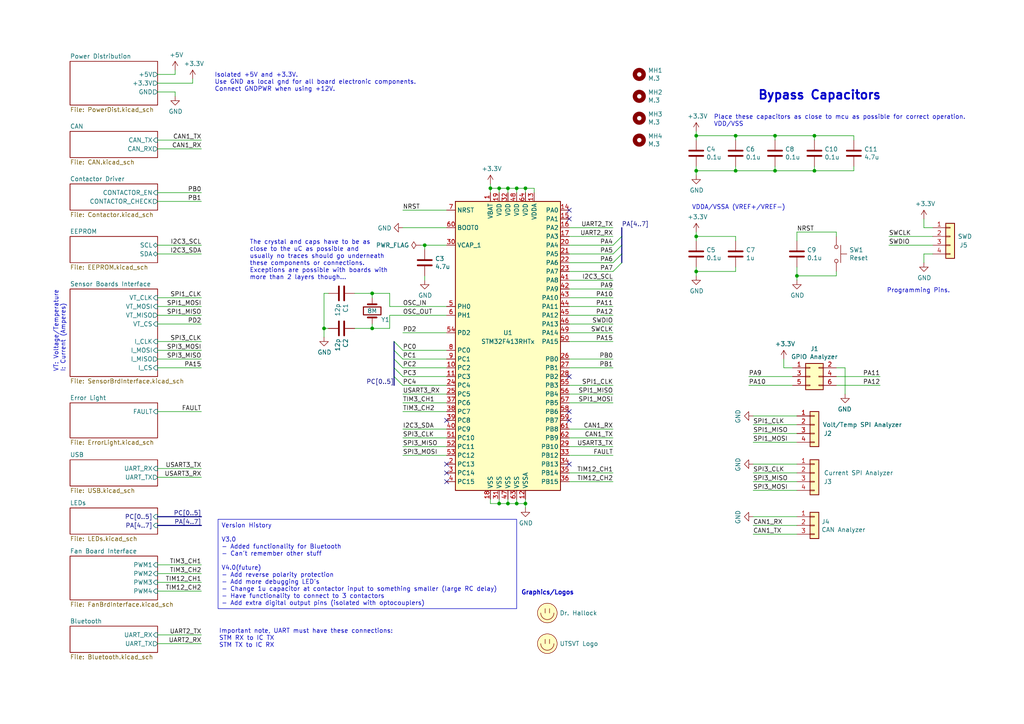
<source format=kicad_sch>
(kicad_sch (version 20230121) (generator eeschema)

  (uuid c248b171-df31-4e8a-afb6-607fa2df334b)

  (paper "A4")

  (lib_symbols
    (symbol "Connector_Generic:Conn_01x03" (pin_names (offset 1.016) hide) (in_bom yes) (on_board yes)
      (property "Reference" "J" (at 0 5.08 0)
        (effects (font (size 1.27 1.27)))
      )
      (property "Value" "Conn_01x03" (at 0 -5.08 0)
        (effects (font (size 1.27 1.27)))
      )
      (property "Footprint" "" (at 0 0 0)
        (effects (font (size 1.27 1.27)) hide)
      )
      (property "Datasheet" "~" (at 0 0 0)
        (effects (font (size 1.27 1.27)) hide)
      )
      (property "ki_keywords" "connector" (at 0 0 0)
        (effects (font (size 1.27 1.27)) hide)
      )
      (property "ki_description" "Generic connector, single row, 01x03, script generated (kicad-library-utils/schlib/autogen/connector/)" (at 0 0 0)
        (effects (font (size 1.27 1.27)) hide)
      )
      (property "ki_fp_filters" "Connector*:*_1x??_*" (at 0 0 0)
        (effects (font (size 1.27 1.27)) hide)
      )
      (symbol "Conn_01x03_1_1"
        (rectangle (start -1.27 -2.413) (end 0 -2.667)
          (stroke (width 0.1524) (type default))
          (fill (type none))
        )
        (rectangle (start -1.27 0.127) (end 0 -0.127)
          (stroke (width 0.1524) (type default))
          (fill (type none))
        )
        (rectangle (start -1.27 2.667) (end 0 2.413)
          (stroke (width 0.1524) (type default))
          (fill (type none))
        )
        (rectangle (start -1.27 3.81) (end 1.27 -3.81)
          (stroke (width 0.254) (type default))
          (fill (type background))
        )
        (pin passive line (at -5.08 2.54 0) (length 3.81)
          (name "Pin_1" (effects (font (size 1.27 1.27))))
          (number "1" (effects (font (size 1.27 1.27))))
        )
        (pin passive line (at -5.08 0 0) (length 3.81)
          (name "Pin_2" (effects (font (size 1.27 1.27))))
          (number "2" (effects (font (size 1.27 1.27))))
        )
        (pin passive line (at -5.08 -2.54 0) (length 3.81)
          (name "Pin_3" (effects (font (size 1.27 1.27))))
          (number "3" (effects (font (size 1.27 1.27))))
        )
      )
    )
    (symbol "Connector_Generic:Conn_01x04" (pin_names (offset 1.016) hide) (in_bom yes) (on_board yes)
      (property "Reference" "J" (at 0 5.08 0)
        (effects (font (size 1.27 1.27)))
      )
      (property "Value" "Conn_01x04" (at 0 -7.62 0)
        (effects (font (size 1.27 1.27)))
      )
      (property "Footprint" "" (at 0 0 0)
        (effects (font (size 1.27 1.27)) hide)
      )
      (property "Datasheet" "~" (at 0 0 0)
        (effects (font (size 1.27 1.27)) hide)
      )
      (property "ki_keywords" "connector" (at 0 0 0)
        (effects (font (size 1.27 1.27)) hide)
      )
      (property "ki_description" "Generic connector, single row, 01x04, script generated (kicad-library-utils/schlib/autogen/connector/)" (at 0 0 0)
        (effects (font (size 1.27 1.27)) hide)
      )
      (property "ki_fp_filters" "Connector*:*_1x??_*" (at 0 0 0)
        (effects (font (size 1.27 1.27)) hide)
      )
      (symbol "Conn_01x04_1_1"
        (rectangle (start -1.27 -4.953) (end 0 -5.207)
          (stroke (width 0.1524) (type default))
          (fill (type none))
        )
        (rectangle (start -1.27 -2.413) (end 0 -2.667)
          (stroke (width 0.1524) (type default))
          (fill (type none))
        )
        (rectangle (start -1.27 0.127) (end 0 -0.127)
          (stroke (width 0.1524) (type default))
          (fill (type none))
        )
        (rectangle (start -1.27 2.667) (end 0 2.413)
          (stroke (width 0.1524) (type default))
          (fill (type none))
        )
        (rectangle (start -1.27 3.81) (end 1.27 -6.35)
          (stroke (width 0.254) (type default))
          (fill (type background))
        )
        (pin passive line (at -5.08 2.54 0) (length 3.81)
          (name "Pin_1" (effects (font (size 1.27 1.27))))
          (number "1" (effects (font (size 1.27 1.27))))
        )
        (pin passive line (at -5.08 0 0) (length 3.81)
          (name "Pin_2" (effects (font (size 1.27 1.27))))
          (number "2" (effects (font (size 1.27 1.27))))
        )
        (pin passive line (at -5.08 -2.54 0) (length 3.81)
          (name "Pin_3" (effects (font (size 1.27 1.27))))
          (number "3" (effects (font (size 1.27 1.27))))
        )
        (pin passive line (at -5.08 -5.08 0) (length 3.81)
          (name "Pin_4" (effects (font (size 1.27 1.27))))
          (number "4" (effects (font (size 1.27 1.27))))
        )
      )
    )
    (symbol "Connector_Generic:Conn_02x03_Odd_Even" (pin_names (offset 1.016) hide) (in_bom yes) (on_board yes)
      (property "Reference" "J" (at 1.27 5.08 0)
        (effects (font (size 1.27 1.27)))
      )
      (property "Value" "Conn_02x03_Odd_Even" (at 1.27 -5.08 0)
        (effects (font (size 1.27 1.27)))
      )
      (property "Footprint" "" (at 0 0 0)
        (effects (font (size 1.27 1.27)) hide)
      )
      (property "Datasheet" "~" (at 0 0 0)
        (effects (font (size 1.27 1.27)) hide)
      )
      (property "ki_keywords" "connector" (at 0 0 0)
        (effects (font (size 1.27 1.27)) hide)
      )
      (property "ki_description" "Generic connector, double row, 02x03, odd/even pin numbering scheme (row 1 odd numbers, row 2 even numbers), script generated (kicad-library-utils/schlib/autogen/connector/)" (at 0 0 0)
        (effects (font (size 1.27 1.27)) hide)
      )
      (property "ki_fp_filters" "Connector*:*_2x??_*" (at 0 0 0)
        (effects (font (size 1.27 1.27)) hide)
      )
      (symbol "Conn_02x03_Odd_Even_1_1"
        (rectangle (start -1.27 -2.413) (end 0 -2.667)
          (stroke (width 0.1524) (type default))
          (fill (type none))
        )
        (rectangle (start -1.27 0.127) (end 0 -0.127)
          (stroke (width 0.1524) (type default))
          (fill (type none))
        )
        (rectangle (start -1.27 2.667) (end 0 2.413)
          (stroke (width 0.1524) (type default))
          (fill (type none))
        )
        (rectangle (start -1.27 3.81) (end 3.81 -3.81)
          (stroke (width 0.254) (type default))
          (fill (type background))
        )
        (rectangle (start 3.81 -2.413) (end 2.54 -2.667)
          (stroke (width 0.1524) (type default))
          (fill (type none))
        )
        (rectangle (start 3.81 0.127) (end 2.54 -0.127)
          (stroke (width 0.1524) (type default))
          (fill (type none))
        )
        (rectangle (start 3.81 2.667) (end 2.54 2.413)
          (stroke (width 0.1524) (type default))
          (fill (type none))
        )
        (pin passive line (at -5.08 2.54 0) (length 3.81)
          (name "Pin_1" (effects (font (size 1.27 1.27))))
          (number "1" (effects (font (size 1.27 1.27))))
        )
        (pin passive line (at 7.62 2.54 180) (length 3.81)
          (name "Pin_2" (effects (font (size 1.27 1.27))))
          (number "2" (effects (font (size 1.27 1.27))))
        )
        (pin passive line (at -5.08 0 0) (length 3.81)
          (name "Pin_3" (effects (font (size 1.27 1.27))))
          (number "3" (effects (font (size 1.27 1.27))))
        )
        (pin passive line (at 7.62 0 180) (length 3.81)
          (name "Pin_4" (effects (font (size 1.27 1.27))))
          (number "4" (effects (font (size 1.27 1.27))))
        )
        (pin passive line (at -5.08 -2.54 0) (length 3.81)
          (name "Pin_5" (effects (font (size 1.27 1.27))))
          (number "5" (effects (font (size 1.27 1.27))))
        )
        (pin passive line (at 7.62 -2.54 180) (length 3.81)
          (name "Pin_6" (effects (font (size 1.27 1.27))))
          (number "6" (effects (font (size 1.27 1.27))))
        )
      )
    )
    (symbol "Device:C" (pin_numbers hide) (pin_names (offset 0.254)) (in_bom yes) (on_board yes)
      (property "Reference" "C" (at 0.635 2.54 0)
        (effects (font (size 1.27 1.27)) (justify left))
      )
      (property "Value" "C" (at 0.635 -2.54 0)
        (effects (font (size 1.27 1.27)) (justify left))
      )
      (property "Footprint" "" (at 0.9652 -3.81 0)
        (effects (font (size 1.27 1.27)) hide)
      )
      (property "Datasheet" "~" (at 0 0 0)
        (effects (font (size 1.27 1.27)) hide)
      )
      (property "ki_keywords" "cap capacitor" (at 0 0 0)
        (effects (font (size 1.27 1.27)) hide)
      )
      (property "ki_description" "Unpolarized capacitor" (at 0 0 0)
        (effects (font (size 1.27 1.27)) hide)
      )
      (property "ki_fp_filters" "C_*" (at 0 0 0)
        (effects (font (size 1.27 1.27)) hide)
      )
      (symbol "C_0_1"
        (polyline
          (pts
            (xy -2.032 -0.762)
            (xy 2.032 -0.762)
          )
          (stroke (width 0.508) (type default))
          (fill (type none))
        )
        (polyline
          (pts
            (xy -2.032 0.762)
            (xy 2.032 0.762)
          )
          (stroke (width 0.508) (type default))
          (fill (type none))
        )
      )
      (symbol "C_1_1"
        (pin passive line (at 0 3.81 270) (length 2.794)
          (name "~" (effects (font (size 1.27 1.27))))
          (number "1" (effects (font (size 1.27 1.27))))
        )
        (pin passive line (at 0 -3.81 90) (length 2.794)
          (name "~" (effects (font (size 1.27 1.27))))
          (number "2" (effects (font (size 1.27 1.27))))
        )
      )
    )
    (symbol "Device:Crystal" (pin_numbers hide) (pin_names (offset 1.016) hide) (in_bom yes) (on_board yes)
      (property "Reference" "Y" (at 0 3.81 0)
        (effects (font (size 1.27 1.27)))
      )
      (property "Value" "Crystal" (at 0 -3.81 0)
        (effects (font (size 1.27 1.27)))
      )
      (property "Footprint" "" (at 0 0 0)
        (effects (font (size 1.27 1.27)) hide)
      )
      (property "Datasheet" "~" (at 0 0 0)
        (effects (font (size 1.27 1.27)) hide)
      )
      (property "ki_keywords" "quartz ceramic resonator oscillator" (at 0 0 0)
        (effects (font (size 1.27 1.27)) hide)
      )
      (property "ki_description" "Two pin crystal" (at 0 0 0)
        (effects (font (size 1.27 1.27)) hide)
      )
      (property "ki_fp_filters" "Crystal*" (at 0 0 0)
        (effects (font (size 1.27 1.27)) hide)
      )
      (symbol "Crystal_0_1"
        (rectangle (start -1.143 2.54) (end 1.143 -2.54)
          (stroke (width 0.3048) (type default))
          (fill (type none))
        )
        (polyline
          (pts
            (xy -2.54 0)
            (xy -1.905 0)
          )
          (stroke (width 0) (type default))
          (fill (type none))
        )
        (polyline
          (pts
            (xy -1.905 -1.27)
            (xy -1.905 1.27)
          )
          (stroke (width 0.508) (type default))
          (fill (type none))
        )
        (polyline
          (pts
            (xy 1.905 -1.27)
            (xy 1.905 1.27)
          )
          (stroke (width 0.508) (type default))
          (fill (type none))
        )
        (polyline
          (pts
            (xy 2.54 0)
            (xy 1.905 0)
          )
          (stroke (width 0) (type default))
          (fill (type none))
        )
      )
      (symbol "Crystal_1_1"
        (pin passive line (at -3.81 0 0) (length 1.27)
          (name "1" (effects (font (size 1.27 1.27))))
          (number "1" (effects (font (size 1.27 1.27))))
        )
        (pin passive line (at 3.81 0 180) (length 1.27)
          (name "2" (effects (font (size 1.27 1.27))))
          (number "2" (effects (font (size 1.27 1.27))))
        )
      )
    )
    (symbol "MCU_ST_STM32F4:STM32F413RHTx" (in_bom yes) (on_board yes)
      (property "Reference" "U" (at -15.24 41.91 0)
        (effects (font (size 1.27 1.27)) (justify left))
      )
      (property "Value" "STM32F413RHTx" (at 10.16 41.91 0)
        (effects (font (size 1.27 1.27)) (justify left))
      )
      (property "Footprint" "Package_QFP:LQFP-64_10x10mm_P0.5mm" (at -15.24 -43.18 0)
        (effects (font (size 1.27 1.27)) (justify right) hide)
      )
      (property "Datasheet" "http://www.st.com/st-web-ui/static/active/en/resource/technical/document/datasheet/DM00282249.pdf" (at 0 0 0)
        (effects (font (size 1.27 1.27)) hide)
      )
      (property "ki_keywords" "ARM Cortex-M4 STM32F4 STM32F413/423" (at 0 0 0)
        (effects (font (size 1.27 1.27)) hide)
      )
      (property "ki_description" "ARM Cortex-M4 MCU, 1536KB flash, 320KB RAM, 100MHz, 1.7-3.6V, 50 GPIO, LQFP-64" (at 0 0 0)
        (effects (font (size 1.27 1.27)) hide)
      )
      (property "ki_fp_filters" "LQFP*10x10mm*P0.5mm*" (at 0 0 0)
        (effects (font (size 1.27 1.27)) hide)
      )
      (symbol "STM32F413RHTx_0_1"
        (rectangle (start -15.24 -43.18) (end 15.24 40.64)
          (stroke (width 0.254) (type default))
          (fill (type background))
        )
      )
      (symbol "STM32F413RHTx_1_1"
        (pin power_in line (at -5.08 43.18 270) (length 2.54)
          (name "VBAT" (effects (font (size 1.27 1.27))))
          (number "1" (effects (font (size 1.27 1.27))))
        )
        (pin bidirectional line (at -17.78 -7.62 0) (length 2.54)
          (name "PC2" (effects (font (size 1.27 1.27))))
          (number "10" (effects (font (size 1.27 1.27))))
        )
        (pin bidirectional line (at -17.78 -10.16 0) (length 2.54)
          (name "PC3" (effects (font (size 1.27 1.27))))
          (number "11" (effects (font (size 1.27 1.27))))
        )
        (pin power_in line (at 5.08 -45.72 90) (length 2.54)
          (name "VSSA" (effects (font (size 1.27 1.27))))
          (number "12" (effects (font (size 1.27 1.27))))
        )
        (pin power_in line (at 7.62 43.18 270) (length 2.54)
          (name "VDDA" (effects (font (size 1.27 1.27))))
          (number "13" (effects (font (size 1.27 1.27))))
        )
        (pin bidirectional line (at 17.78 38.1 180) (length 2.54)
          (name "PA0" (effects (font (size 1.27 1.27))))
          (number "14" (effects (font (size 1.27 1.27))))
        )
        (pin bidirectional line (at 17.78 35.56 180) (length 2.54)
          (name "PA1" (effects (font (size 1.27 1.27))))
          (number "15" (effects (font (size 1.27 1.27))))
        )
        (pin bidirectional line (at 17.78 33.02 180) (length 2.54)
          (name "PA2" (effects (font (size 1.27 1.27))))
          (number "16" (effects (font (size 1.27 1.27))))
        )
        (pin bidirectional line (at 17.78 30.48 180) (length 2.54)
          (name "PA3" (effects (font (size 1.27 1.27))))
          (number "17" (effects (font (size 1.27 1.27))))
        )
        (pin power_in line (at -5.08 -45.72 90) (length 2.54)
          (name "VSS" (effects (font (size 1.27 1.27))))
          (number "18" (effects (font (size 1.27 1.27))))
        )
        (pin power_in line (at -2.54 43.18 270) (length 2.54)
          (name "VDD" (effects (font (size 1.27 1.27))))
          (number "19" (effects (font (size 1.27 1.27))))
        )
        (pin bidirectional line (at -17.78 -35.56 0) (length 2.54)
          (name "PC13" (effects (font (size 1.27 1.27))))
          (number "2" (effects (font (size 1.27 1.27))))
        )
        (pin bidirectional line (at 17.78 27.94 180) (length 2.54)
          (name "PA4" (effects (font (size 1.27 1.27))))
          (number "20" (effects (font (size 1.27 1.27))))
        )
        (pin bidirectional line (at 17.78 25.4 180) (length 2.54)
          (name "PA5" (effects (font (size 1.27 1.27))))
          (number "21" (effects (font (size 1.27 1.27))))
        )
        (pin bidirectional line (at 17.78 22.86 180) (length 2.54)
          (name "PA6" (effects (font (size 1.27 1.27))))
          (number "22" (effects (font (size 1.27 1.27))))
        )
        (pin bidirectional line (at 17.78 20.32 180) (length 2.54)
          (name "PA7" (effects (font (size 1.27 1.27))))
          (number "23" (effects (font (size 1.27 1.27))))
        )
        (pin bidirectional line (at -17.78 -12.7 0) (length 2.54)
          (name "PC4" (effects (font (size 1.27 1.27))))
          (number "24" (effects (font (size 1.27 1.27))))
        )
        (pin bidirectional line (at -17.78 -15.24 0) (length 2.54)
          (name "PC5" (effects (font (size 1.27 1.27))))
          (number "25" (effects (font (size 1.27 1.27))))
        )
        (pin bidirectional line (at 17.78 -5.08 180) (length 2.54)
          (name "PB0" (effects (font (size 1.27 1.27))))
          (number "26" (effects (font (size 1.27 1.27))))
        )
        (pin bidirectional line (at 17.78 -7.62 180) (length 2.54)
          (name "PB1" (effects (font (size 1.27 1.27))))
          (number "27" (effects (font (size 1.27 1.27))))
        )
        (pin bidirectional line (at 17.78 -10.16 180) (length 2.54)
          (name "PB2" (effects (font (size 1.27 1.27))))
          (number "28" (effects (font (size 1.27 1.27))))
        )
        (pin bidirectional line (at 17.78 -30.48 180) (length 2.54)
          (name "PB10" (effects (font (size 1.27 1.27))))
          (number "29" (effects (font (size 1.27 1.27))))
        )
        (pin bidirectional line (at -17.78 -38.1 0) (length 2.54)
          (name "PC14" (effects (font (size 1.27 1.27))))
          (number "3" (effects (font (size 1.27 1.27))))
        )
        (pin power_in line (at -17.78 27.94 0) (length 2.54)
          (name "VCAP_1" (effects (font (size 1.27 1.27))))
          (number "30" (effects (font (size 1.27 1.27))))
        )
        (pin power_in line (at -2.54 -45.72 90) (length 2.54)
          (name "VSS" (effects (font (size 1.27 1.27))))
          (number "31" (effects (font (size 1.27 1.27))))
        )
        (pin power_in line (at 0 43.18 270) (length 2.54)
          (name "VDD" (effects (font (size 1.27 1.27))))
          (number "32" (effects (font (size 1.27 1.27))))
        )
        (pin bidirectional line (at 17.78 -33.02 180) (length 2.54)
          (name "PB12" (effects (font (size 1.27 1.27))))
          (number "33" (effects (font (size 1.27 1.27))))
        )
        (pin bidirectional line (at 17.78 -35.56 180) (length 2.54)
          (name "PB13" (effects (font (size 1.27 1.27))))
          (number "34" (effects (font (size 1.27 1.27))))
        )
        (pin bidirectional line (at 17.78 -38.1 180) (length 2.54)
          (name "PB14" (effects (font (size 1.27 1.27))))
          (number "35" (effects (font (size 1.27 1.27))))
        )
        (pin bidirectional line (at 17.78 -40.64 180) (length 2.54)
          (name "PB15" (effects (font (size 1.27 1.27))))
          (number "36" (effects (font (size 1.27 1.27))))
        )
        (pin bidirectional line (at -17.78 -17.78 0) (length 2.54)
          (name "PC6" (effects (font (size 1.27 1.27))))
          (number "37" (effects (font (size 1.27 1.27))))
        )
        (pin bidirectional line (at -17.78 -20.32 0) (length 2.54)
          (name "PC7" (effects (font (size 1.27 1.27))))
          (number "38" (effects (font (size 1.27 1.27))))
        )
        (pin bidirectional line (at -17.78 -22.86 0) (length 2.54)
          (name "PC8" (effects (font (size 1.27 1.27))))
          (number "39" (effects (font (size 1.27 1.27))))
        )
        (pin bidirectional line (at -17.78 -40.64 0) (length 2.54)
          (name "PC15" (effects (font (size 1.27 1.27))))
          (number "4" (effects (font (size 1.27 1.27))))
        )
        (pin bidirectional line (at -17.78 -25.4 0) (length 2.54)
          (name "PC9" (effects (font (size 1.27 1.27))))
          (number "40" (effects (font (size 1.27 1.27))))
        )
        (pin bidirectional line (at 17.78 17.78 180) (length 2.54)
          (name "PA8" (effects (font (size 1.27 1.27))))
          (number "41" (effects (font (size 1.27 1.27))))
        )
        (pin bidirectional line (at 17.78 15.24 180) (length 2.54)
          (name "PA9" (effects (font (size 1.27 1.27))))
          (number "42" (effects (font (size 1.27 1.27))))
        )
        (pin bidirectional line (at 17.78 12.7 180) (length 2.54)
          (name "PA10" (effects (font (size 1.27 1.27))))
          (number "43" (effects (font (size 1.27 1.27))))
        )
        (pin bidirectional line (at 17.78 10.16 180) (length 2.54)
          (name "PA11" (effects (font (size 1.27 1.27))))
          (number "44" (effects (font (size 1.27 1.27))))
        )
        (pin bidirectional line (at 17.78 7.62 180) (length 2.54)
          (name "PA12" (effects (font (size 1.27 1.27))))
          (number "45" (effects (font (size 1.27 1.27))))
        )
        (pin bidirectional line (at 17.78 5.08 180) (length 2.54)
          (name "PA13" (effects (font (size 1.27 1.27))))
          (number "46" (effects (font (size 1.27 1.27))))
        )
        (pin power_in line (at 0 -45.72 90) (length 2.54)
          (name "VSS" (effects (font (size 1.27 1.27))))
          (number "47" (effects (font (size 1.27 1.27))))
        )
        (pin power_in line (at 2.54 43.18 270) (length 2.54)
          (name "VDD" (effects (font (size 1.27 1.27))))
          (number "48" (effects (font (size 1.27 1.27))))
        )
        (pin bidirectional line (at 17.78 2.54 180) (length 2.54)
          (name "PA14" (effects (font (size 1.27 1.27))))
          (number "49" (effects (font (size 1.27 1.27))))
        )
        (pin input line (at -17.78 10.16 0) (length 2.54)
          (name "PH0" (effects (font (size 1.27 1.27))))
          (number "5" (effects (font (size 1.27 1.27))))
        )
        (pin bidirectional line (at 17.78 0 180) (length 2.54)
          (name "PA15" (effects (font (size 1.27 1.27))))
          (number "50" (effects (font (size 1.27 1.27))))
        )
        (pin bidirectional line (at -17.78 -27.94 0) (length 2.54)
          (name "PC10" (effects (font (size 1.27 1.27))))
          (number "51" (effects (font (size 1.27 1.27))))
        )
        (pin bidirectional line (at -17.78 -30.48 0) (length 2.54)
          (name "PC11" (effects (font (size 1.27 1.27))))
          (number "52" (effects (font (size 1.27 1.27))))
        )
        (pin bidirectional line (at -17.78 -33.02 0) (length 2.54)
          (name "PC12" (effects (font (size 1.27 1.27))))
          (number "53" (effects (font (size 1.27 1.27))))
        )
        (pin bidirectional line (at -17.78 2.54 0) (length 2.54)
          (name "PD2" (effects (font (size 1.27 1.27))))
          (number "54" (effects (font (size 1.27 1.27))))
        )
        (pin bidirectional line (at 17.78 -12.7 180) (length 2.54)
          (name "PB3" (effects (font (size 1.27 1.27))))
          (number "55" (effects (font (size 1.27 1.27))))
        )
        (pin bidirectional line (at 17.78 -15.24 180) (length 2.54)
          (name "PB4" (effects (font (size 1.27 1.27))))
          (number "56" (effects (font (size 1.27 1.27))))
        )
        (pin bidirectional line (at 17.78 -17.78 180) (length 2.54)
          (name "PB5" (effects (font (size 1.27 1.27))))
          (number "57" (effects (font (size 1.27 1.27))))
        )
        (pin bidirectional line (at 17.78 -20.32 180) (length 2.54)
          (name "PB6" (effects (font (size 1.27 1.27))))
          (number "58" (effects (font (size 1.27 1.27))))
        )
        (pin bidirectional line (at 17.78 -22.86 180) (length 2.54)
          (name "PB7" (effects (font (size 1.27 1.27))))
          (number "59" (effects (font (size 1.27 1.27))))
        )
        (pin input line (at -17.78 7.62 0) (length 2.54)
          (name "PH1" (effects (font (size 1.27 1.27))))
          (number "6" (effects (font (size 1.27 1.27))))
        )
        (pin input line (at -17.78 33.02 0) (length 2.54)
          (name "BOOT0" (effects (font (size 1.27 1.27))))
          (number "60" (effects (font (size 1.27 1.27))))
        )
        (pin bidirectional line (at 17.78 -25.4 180) (length 2.54)
          (name "PB8" (effects (font (size 1.27 1.27))))
          (number "61" (effects (font (size 1.27 1.27))))
        )
        (pin bidirectional line (at 17.78 -27.94 180) (length 2.54)
          (name "PB9" (effects (font (size 1.27 1.27))))
          (number "62" (effects (font (size 1.27 1.27))))
        )
        (pin power_in line (at 2.54 -45.72 90) (length 2.54)
          (name "VSS" (effects (font (size 1.27 1.27))))
          (number "63" (effects (font (size 1.27 1.27))))
        )
        (pin power_in line (at 5.08 43.18 270) (length 2.54)
          (name "VDD" (effects (font (size 1.27 1.27))))
          (number "64" (effects (font (size 1.27 1.27))))
        )
        (pin input line (at -17.78 38.1 0) (length 2.54)
          (name "NRST" (effects (font (size 1.27 1.27))))
          (number "7" (effects (font (size 1.27 1.27))))
        )
        (pin bidirectional line (at -17.78 -2.54 0) (length 2.54)
          (name "PC0" (effects (font (size 1.27 1.27))))
          (number "8" (effects (font (size 1.27 1.27))))
        )
        (pin bidirectional line (at -17.78 -5.08 0) (length 2.54)
          (name "PC1" (effects (font (size 1.27 1.27))))
          (number "9" (effects (font (size 1.27 1.27))))
        )
      )
    )
    (symbol "Mechanical:MountingHole" (pin_names (offset 1.016)) (in_bom yes) (on_board yes)
      (property "Reference" "H" (at 0 5.08 0)
        (effects (font (size 1.27 1.27)))
      )
      (property "Value" "MountingHole" (at 0 3.175 0)
        (effects (font (size 1.27 1.27)))
      )
      (property "Footprint" "" (at 0 0 0)
        (effects (font (size 1.27 1.27)) hide)
      )
      (property "Datasheet" "~" (at 0 0 0)
        (effects (font (size 1.27 1.27)) hide)
      )
      (property "ki_keywords" "mounting hole" (at 0 0 0)
        (effects (font (size 1.27 1.27)) hide)
      )
      (property "ki_description" "Mounting Hole without connection" (at 0 0 0)
        (effects (font (size 1.27 1.27)) hide)
      )
      (property "ki_fp_filters" "MountingHole*" (at 0 0 0)
        (effects (font (size 1.27 1.27)) hide)
      )
      (symbol "MountingHole_0_1"
        (circle (center 0 0) (radius 1.27)
          (stroke (width 1.27) (type default))
          (fill (type none))
        )
      )
    )
    (symbol "Switch:SW_Push" (pin_numbers hide) (pin_names (offset 1.016) hide) (in_bom yes) (on_board yes)
      (property "Reference" "SW" (at 1.27 2.54 0)
        (effects (font (size 1.27 1.27)) (justify left))
      )
      (property "Value" "SW_Push" (at 0 -1.524 0)
        (effects (font (size 1.27 1.27)))
      )
      (property "Footprint" "" (at 0 5.08 0)
        (effects (font (size 1.27 1.27)) hide)
      )
      (property "Datasheet" "~" (at 0 5.08 0)
        (effects (font (size 1.27 1.27)) hide)
      )
      (property "ki_keywords" "switch normally-open pushbutton push-button" (at 0 0 0)
        (effects (font (size 1.27 1.27)) hide)
      )
      (property "ki_description" "Push button switch, generic, two pins" (at 0 0 0)
        (effects (font (size 1.27 1.27)) hide)
      )
      (symbol "SW_Push_0_1"
        (circle (center -2.032 0) (radius 0.508)
          (stroke (width 0) (type default))
          (fill (type none))
        )
        (polyline
          (pts
            (xy 0 1.27)
            (xy 0 3.048)
          )
          (stroke (width 0) (type default))
          (fill (type none))
        )
        (polyline
          (pts
            (xy 2.54 1.27)
            (xy -2.54 1.27)
          )
          (stroke (width 0) (type default))
          (fill (type none))
        )
        (circle (center 2.032 0) (radius 0.508)
          (stroke (width 0) (type default))
          (fill (type none))
        )
        (pin passive line (at -5.08 0 0) (length 2.54)
          (name "1" (effects (font (size 1.27 1.27))))
          (number "1" (effects (font (size 1.27 1.27))))
        )
        (pin passive line (at 5.08 0 180) (length 2.54)
          (name "2" (effects (font (size 1.27 1.27))))
          (number "2" (effects (font (size 1.27 1.27))))
        )
      )
    )
    (symbol "power:+3.3V" (power) (pin_names (offset 0)) (in_bom yes) (on_board yes)
      (property "Reference" "#PWR" (at 0 -3.81 0)
        (effects (font (size 1.27 1.27)) hide)
      )
      (property "Value" "+3.3V" (at 0 3.556 0)
        (effects (font (size 1.27 1.27)))
      )
      (property "Footprint" "" (at 0 0 0)
        (effects (font (size 1.27 1.27)) hide)
      )
      (property "Datasheet" "" (at 0 0 0)
        (effects (font (size 1.27 1.27)) hide)
      )
      (property "ki_keywords" "power-flag" (at 0 0 0)
        (effects (font (size 1.27 1.27)) hide)
      )
      (property "ki_description" "Power symbol creates a global label with name \"+3.3V\"" (at 0 0 0)
        (effects (font (size 1.27 1.27)) hide)
      )
      (symbol "+3.3V_0_1"
        (polyline
          (pts
            (xy -0.762 1.27)
            (xy 0 2.54)
          )
          (stroke (width 0) (type default))
          (fill (type none))
        )
        (polyline
          (pts
            (xy 0 0)
            (xy 0 2.54)
          )
          (stroke (width 0) (type default))
          (fill (type none))
        )
        (polyline
          (pts
            (xy 0 2.54)
            (xy 0.762 1.27)
          )
          (stroke (width 0) (type default))
          (fill (type none))
        )
      )
      (symbol "+3.3V_1_1"
        (pin power_in line (at 0 0 90) (length 0) hide
          (name "+3.3V" (effects (font (size 1.27 1.27))))
          (number "1" (effects (font (size 1.27 1.27))))
        )
      )
    )
    (symbol "power:+5V" (power) (pin_names (offset 0)) (in_bom yes) (on_board yes)
      (property "Reference" "#PWR" (at 0 -3.81 0)
        (effects (font (size 1.27 1.27)) hide)
      )
      (property "Value" "+5V" (at 0 3.556 0)
        (effects (font (size 1.27 1.27)))
      )
      (property "Footprint" "" (at 0 0 0)
        (effects (font (size 1.27 1.27)) hide)
      )
      (property "Datasheet" "" (at 0 0 0)
        (effects (font (size 1.27 1.27)) hide)
      )
      (property "ki_keywords" "power-flag" (at 0 0 0)
        (effects (font (size 1.27 1.27)) hide)
      )
      (property "ki_description" "Power symbol creates a global label with name \"+5V\"" (at 0 0 0)
        (effects (font (size 1.27 1.27)) hide)
      )
      (symbol "+5V_0_1"
        (polyline
          (pts
            (xy -0.762 1.27)
            (xy 0 2.54)
          )
          (stroke (width 0) (type default))
          (fill (type none))
        )
        (polyline
          (pts
            (xy 0 0)
            (xy 0 2.54)
          )
          (stroke (width 0) (type default))
          (fill (type none))
        )
        (polyline
          (pts
            (xy 0 2.54)
            (xy 0.762 1.27)
          )
          (stroke (width 0) (type default))
          (fill (type none))
        )
      )
      (symbol "+5V_1_1"
        (pin power_in line (at 0 0 90) (length 0) hide
          (name "+5V" (effects (font (size 1.27 1.27))))
          (number "1" (effects (font (size 1.27 1.27))))
        )
      )
    )
    (symbol "power:GND" (power) (pin_names (offset 0)) (in_bom yes) (on_board yes)
      (property "Reference" "#PWR" (at 0 -6.35 0)
        (effects (font (size 1.27 1.27)) hide)
      )
      (property "Value" "GND" (at 0 -3.81 0)
        (effects (font (size 1.27 1.27)))
      )
      (property "Footprint" "" (at 0 0 0)
        (effects (font (size 1.27 1.27)) hide)
      )
      (property "Datasheet" "" (at 0 0 0)
        (effects (font (size 1.27 1.27)) hide)
      )
      (property "ki_keywords" "power-flag" (at 0 0 0)
        (effects (font (size 1.27 1.27)) hide)
      )
      (property "ki_description" "Power symbol creates a global label with name \"GND\" , ground" (at 0 0 0)
        (effects (font (size 1.27 1.27)) hide)
      )
      (symbol "GND_0_1"
        (polyline
          (pts
            (xy 0 0)
            (xy 0 -1.27)
            (xy 1.27 -1.27)
            (xy 0 -2.54)
            (xy -1.27 -1.27)
            (xy 0 -1.27)
          )
          (stroke (width 0) (type default))
          (fill (type none))
        )
      )
      (symbol "GND_1_1"
        (pin power_in line (at 0 0 270) (length 0) hide
          (name "GND" (effects (font (size 1.27 1.27))))
          (number "1" (effects (font (size 1.27 1.27))))
        )
      )
    )
    (symbol "power:PWR_FLAG" (power) (pin_numbers hide) (pin_names (offset 0) hide) (in_bom yes) (on_board yes)
      (property "Reference" "#FLG" (at 0 1.905 0)
        (effects (font (size 1.27 1.27)) hide)
      )
      (property "Value" "PWR_FLAG" (at 0 3.81 0)
        (effects (font (size 1.27 1.27)))
      )
      (property "Footprint" "" (at 0 0 0)
        (effects (font (size 1.27 1.27)) hide)
      )
      (property "Datasheet" "~" (at 0 0 0)
        (effects (font (size 1.27 1.27)) hide)
      )
      (property "ki_keywords" "power-flag" (at 0 0 0)
        (effects (font (size 1.27 1.27)) hide)
      )
      (property "ki_description" "Special symbol for telling ERC where power comes from" (at 0 0 0)
        (effects (font (size 1.27 1.27)) hide)
      )
      (symbol "PWR_FLAG_0_0"
        (pin power_out line (at 0 0 90) (length 0)
          (name "pwr" (effects (font (size 1.27 1.27))))
          (number "1" (effects (font (size 1.27 1.27))))
        )
      )
      (symbol "PWR_FLAG_0_1"
        (polyline
          (pts
            (xy 0 0)
            (xy 0 1.27)
            (xy -1.016 1.905)
            (xy 0 2.54)
            (xy 1.016 1.905)
            (xy 0 1.27)
          )
          (stroke (width 0) (type default))
          (fill (type none))
        )
      )
    )
    (symbol "utsvt-misc:Logo_Placeholder" (pin_names (offset 1.016)) (in_bom yes) (on_board yes)
      (property "Reference" "LOGO" (at 0 3.81 0)
        (effects (font (size 1.27 1.27)) hide)
      )
      (property "Value" "Logo_Placeholder" (at 0 3.81 0)
        (effects (font (size 1.27 1.27)))
      )
      (property "Footprint" "" (at 0 1.905 0)
        (effects (font (size 1.27 1.27)) hide)
      )
      (property "Datasheet" "" (at 0 1.905 0)
        (effects (font (size 1.27 1.27)) hide)
      )
      (property "ki_keywords" "graphic, symbol" (at 0 0 0)
        (effects (font (size 1.27 1.27)) hide)
      )
      (property "ki_description" "Graph footprint placeholder" (at 0 0 0)
        (effects (font (size 1.27 1.27)) hide)
      )
      (symbol "Logo_Placeholder_0_1"
        (arc (start -1.905 0) (mid 0 -1.8967) (end 1.905 0)
          (stroke (width 0) (type default))
          (fill (type none))
        )
        (polyline
          (pts
            (xy -0.635 1.27)
            (xy -0.635 0)
          )
          (stroke (width 0) (type default))
          (fill (type none))
        )
        (polyline
          (pts
            (xy 0.635 1.27)
            (xy 0.635 0)
          )
          (stroke (width 0) (type default))
          (fill (type none))
        )
        (circle (center 0 0) (radius 2.8448)
          (stroke (width 0) (type default))
          (fill (type background))
        )
      )
    )
  )

  (junction (at 152.4 54.61) (diameter 0) (color 0 0 0 0)
    (uuid 29150da0-3cf4-427a-a055-abb99d23ed19)
  )
  (junction (at 213.36 49.53) (diameter 0) (color 0 0 0 0)
    (uuid 2d5369de-9b84-40a5-89f5-7b823492fef7)
  )
  (junction (at 236.22 39.37) (diameter 0) (color 0 0 0 0)
    (uuid 3126a530-7e19-48bf-b643-be6a49d38546)
  )
  (junction (at 213.36 39.37) (diameter 0) (color 0 0 0 0)
    (uuid 3f276b6e-7cc7-43bd-a544-d8d84e2e6fbc)
  )
  (junction (at 201.93 39.37) (diameter 0) (color 0 0 0 0)
    (uuid 46305e05-4378-4bab-b12b-759b421871fc)
  )
  (junction (at 144.78 54.61) (diameter 0) (color 0 0 0 0)
    (uuid 56789efd-0d17-438b-a33f-4ed2474ade7b)
  )
  (junction (at 201.93 49.53) (diameter 0) (color 0 0 0 0)
    (uuid 56b64327-b8c1-44e2-bedc-72b72309b16d)
  )
  (junction (at 93.98 95.25) (diameter 0) (color 0 0 0 0)
    (uuid 7012ac05-9d93-484d-889a-479f867f7a33)
  )
  (junction (at 231.14 80.01) (diameter 0) (color 0 0 0 0)
    (uuid 7e0b9d8b-9fa5-425d-ad51-324c7870e2f3)
  )
  (junction (at 149.86 54.61) (diameter 0) (color 0 0 0 0)
    (uuid 7ed3db42-a7e4-40d1-8c2a-8cb4533897bc)
  )
  (junction (at 123.19 71.12) (diameter 0) (color 0 0 0 0)
    (uuid 9803484c-199c-4020-a7e9-33196508ee20)
  )
  (junction (at 201.93 78.74) (diameter 0) (color 0 0 0 0)
    (uuid a5d19c7e-19d6-4773-bdd4-9c04f9d12387)
  )
  (junction (at 236.22 49.53) (diameter 0) (color 0 0 0 0)
    (uuid aa9dc944-de7e-4390-b4cc-5f2d27e079c9)
  )
  (junction (at 149.86 146.05) (diameter 0) (color 0 0 0 0)
    (uuid ae46e964-6619-43a8-9d9e-cb63be118312)
  )
  (junction (at 142.24 54.61) (diameter 0) (color 0 0 0 0)
    (uuid b0bd2944-a0d9-48ca-b78b-e95100bc8302)
  )
  (junction (at 147.32 146.05) (diameter 0) (color 0 0 0 0)
    (uuid b5868b92-69e6-4d8b-ab5b-c273fd1997fc)
  )
  (junction (at 224.79 49.53) (diameter 0) (color 0 0 0 0)
    (uuid c3e175a0-9a6a-4f2c-982b-130f73dfe050)
  )
  (junction (at 147.32 54.61) (diameter 0) (color 0 0 0 0)
    (uuid cccb8f28-db7b-4278-861a-ea53c4df4434)
  )
  (junction (at 144.78 146.05) (diameter 0) (color 0 0 0 0)
    (uuid ea0f5629-05b2-4dbc-a8a1-75c73cc106a5)
  )
  (junction (at 107.95 95.25) (diameter 0) (color 0 0 0 0)
    (uuid f087f565-991c-4f33-8ada-a381b8d0956c)
  )
  (junction (at 152.4 146.05) (diameter 0) (color 0 0 0 0)
    (uuid f0ef587c-789b-422e-a894-4c6144c8abbe)
  )
  (junction (at 201.93 68.58) (diameter 0) (color 0 0 0 0)
    (uuid f51f2ed4-e972-4b8b-8362-aee687e09bf4)
  )
  (junction (at 107.95 85.09) (diameter 0) (color 0 0 0 0)
    (uuid fa6307de-7b4b-443e-9b34-0058a5b523c9)
  )
  (junction (at 224.79 39.37) (diameter 0) (color 0 0 0 0)
    (uuid fa672b66-445d-4209-8971-2d87cb4e59ef)
  )

  (no_connect (at 165.1 134.62) (uuid 04b75343-6998-4ec5-870d-3bbddf13fdab))
  (no_connect (at 129.54 121.92) (uuid 237da492-d335-4bbe-8469-a96103376616))
  (no_connect (at 165.1 121.92) (uuid 41cb728d-832a-4541-99e1-eb160fff45bc))
  (no_connect (at 129.54 134.62) (uuid 98fa4d04-ea7b-422f-b1e7-74755421417a))
  (no_connect (at 165.1 109.22) (uuid 9fc1bf65-d06b-4795-a5ed-a4d77e5e1884))
  (no_connect (at 165.1 119.38) (uuid b44c8a40-62de-4718-9efc-5b5f6b15b35a))
  (no_connect (at 129.54 139.7) (uuid c2cea6af-8492-467c-b110-7a4e66fe123f))
  (no_connect (at 165.1 60.96) (uuid cd0397b5-a516-41ad-ae00-77cdd727bca9))
  (no_connect (at 165.1 63.5) (uuid fa73c4b4-ee8f-45de-b14b-55667a3f0d97))
  (no_connect (at 129.54 137.16) (uuid fc00c693-2790-48ee-a30e-64351bb4050a))

  (bus_entry (at 114.3 106.68) (size 2.54 2.54)
    (stroke (width 0) (type default))
    (uuid 11fe037f-eee8-4544-b890-739b5d819d96)
  )
  (bus_entry (at 177.8 71.12) (size 2.54 -2.54)
    (stroke (width 0) (type default))
    (uuid 354704e6-1f33-4ea4-a62b-47db89775cec)
  )
  (bus_entry (at 177.8 76.2) (size 2.54 -2.54)
    (stroke (width 0) (type default))
    (uuid 39c0b8ec-6161-4cca-bed8-2ae2107b2eae)
  )
  (bus_entry (at 114.3 104.14) (size 2.54 2.54)
    (stroke (width 0) (type default))
    (uuid 56593460-b469-440e-b103-f53633b7c067)
  )
  (bus_entry (at 177.8 78.74) (size 2.54 -2.54)
    (stroke (width 0) (type default))
    (uuid 6c7cb90b-e3a0-4f08-8ce5-74ac0a497a6e)
  )
  (bus_entry (at 114.3 109.22) (size 2.54 2.54)
    (stroke (width 0) (type default))
    (uuid 78c21847-4bba-4e21-8805-6d0c085ea221)
  )
  (bus_entry (at 114.3 99.06) (size 2.54 2.54)
    (stroke (width 0) (type default))
    (uuid e85098d3-7645-4ca5-8127-6543cad4ccf1)
  )
  (bus_entry (at 114.3 101.6) (size 2.54 2.54)
    (stroke (width 0) (type default))
    (uuid ed4f7942-765b-41c7-8abe-01af453297e8)
  )
  (bus_entry (at 177.8 73.66) (size 2.54 -2.54)
    (stroke (width 0) (type default))
    (uuid ed80307b-4696-4a86-8a1a-bb27725d3bfd)
  )

  (wire (pts (xy 45.72 24.13) (xy 55.88 24.13))
    (stroke (width 0) (type default))
    (uuid 0031fb5e-7b18-4955-80b3-b77d9aba8580)
  )
  (wire (pts (xy 102.87 85.09) (xy 107.95 85.09))
    (stroke (width 0) (type default))
    (uuid 00af13a7-e766-47fc-9f97-29c0835ba208)
  )
  (wire (pts (xy 218.44 120.65) (xy 231.14 120.65))
    (stroke (width 0) (type default))
    (uuid 00b94e7b-ee31-4ea6-9ea4-0b887eebbfb1)
  )
  (wire (pts (xy 231.14 77.47) (xy 231.14 80.01))
    (stroke (width 0) (type default))
    (uuid 01877f46-1143-45d8-932e-179b4e9635b6)
  )
  (wire (pts (xy 129.54 114.3) (xy 116.84 114.3))
    (stroke (width 0) (type default))
    (uuid 01fcedc6-641e-49ff-b5a7-f111024c1c6e)
  )
  (wire (pts (xy 58.42 58.42) (xy 45.72 58.42))
    (stroke (width 0) (type default))
    (uuid 023acd9a-2631-4ca5-8a31-f2993f88b04b)
  )
  (wire (pts (xy 107.95 85.09) (xy 107.95 86.36))
    (stroke (width 0) (type default))
    (uuid 0329f84e-0691-4b31-a0b7-d8a5fe0b82b9)
  )
  (wire (pts (xy 113.03 85.09) (xy 107.95 85.09))
    (stroke (width 0) (type default))
    (uuid 06824807-2132-4a8c-baee-a8c6a107e501)
  )
  (wire (pts (xy 45.72 86.36) (xy 58.42 86.36))
    (stroke (width 0) (type default))
    (uuid 06c538bd-26c2-464b-b672-5d213fbf1238)
  )
  (wire (pts (xy 247.65 48.26) (xy 247.65 49.53))
    (stroke (width 0) (type default))
    (uuid 075d896e-c42b-4ac4-8fdc-042b0bea4caf)
  )
  (wire (pts (xy 152.4 147.32) (xy 152.4 146.05))
    (stroke (width 0) (type default))
    (uuid 07c74c9f-5253-4844-a355-441fa81ffb95)
  )
  (wire (pts (xy 45.72 88.9) (xy 58.42 88.9))
    (stroke (width 0) (type default))
    (uuid 0899842a-e361-496e-a571-e6cbcaa6dcbe)
  )
  (wire (pts (xy 129.54 109.22) (xy 116.84 109.22))
    (stroke (width 0) (type default))
    (uuid 091a3cb6-367a-4c04-9a43-ba2ee829fb00)
  )
  (wire (pts (xy 165.1 66.04) (xy 177.8 66.04))
    (stroke (width 0) (type default))
    (uuid 0a57233a-30e5-45c7-9acf-0eb48f681156)
  )
  (wire (pts (xy 165.1 71.12) (xy 177.8 71.12))
    (stroke (width 0) (type default))
    (uuid 0bbb379b-7399-4141-8370-e62ffd36bce2)
  )
  (bus (pts (xy 45.72 152.4) (xy 58.42 152.4))
    (stroke (width 0) (type default))
    (uuid 0c7035ee-e4ed-4de1-b3b1-78175dc0ac02)
  )

  (wire (pts (xy 113.03 91.44) (xy 129.54 91.44))
    (stroke (width 0) (type default))
    (uuid 0de15d54-cfee-4d69-9b25-5c00f6a2ebee)
  )
  (wire (pts (xy 201.93 48.26) (xy 201.93 49.53))
    (stroke (width 0) (type default))
    (uuid 0e70d55e-5d82-4cd1-8303-bb4e0fcdcf35)
  )
  (wire (pts (xy 45.72 119.38) (xy 58.42 119.38))
    (stroke (width 0) (type default))
    (uuid 0f14e3e2-f161-44af-9979-3bfed764cc91)
  )
  (wire (pts (xy 218.44 134.62) (xy 231.14 134.62))
    (stroke (width 0) (type default))
    (uuid 1464980d-45f6-4146-822d-4054930c9aeb)
  )
  (wire (pts (xy 231.14 67.31) (xy 242.57 67.31))
    (stroke (width 0) (type default))
    (uuid 17974652-e4ab-4eb0-9b03-07d93423b6fd)
  )
  (wire (pts (xy 144.78 144.78) (xy 144.78 146.05))
    (stroke (width 0) (type default))
    (uuid 1815e1c7-7dc1-4d95-83a3-defe87abef9c)
  )
  (wire (pts (xy 270.51 71.12) (xy 257.81 71.12))
    (stroke (width 0) (type default))
    (uuid 18f2a91b-802d-479a-bc47-689d768e9367)
  )
  (wire (pts (xy 177.8 68.58) (xy 165.1 68.58))
    (stroke (width 0) (type default))
    (uuid 1bf04b1c-189a-45d9-9219-dc9716e2f439)
  )
  (wire (pts (xy 229.87 109.22) (xy 217.17 109.22))
    (stroke (width 0) (type default))
    (uuid 1d62f828-7d6b-478c-8c8e-223c9bdf6004)
  )
  (wire (pts (xy 218.44 139.7) (xy 231.14 139.7))
    (stroke (width 0) (type default))
    (uuid 217615c8-a88c-4ed0-80ce-712f82d74b57)
  )
  (wire (pts (xy 144.78 54.61) (xy 147.32 54.61))
    (stroke (width 0) (type default))
    (uuid 26b9a36c-e79a-4cee-897a-bd5922f32b51)
  )
  (wire (pts (xy 45.72 71.12) (xy 58.42 71.12))
    (stroke (width 0) (type default))
    (uuid 288fa3a9-f246-453f-b034-13e6c18db64b)
  )
  (wire (pts (xy 201.93 50.8) (xy 201.93 49.53))
    (stroke (width 0) (type default))
    (uuid 294f681f-1c1a-4843-9262-ed5ae85778a3)
  )
  (wire (pts (xy 113.03 95.25) (xy 113.03 91.44))
    (stroke (width 0) (type default))
    (uuid 2a373000-3c47-4ab5-8e3e-8c608dc0481f)
  )
  (wire (pts (xy 231.14 137.16) (xy 218.44 137.16))
    (stroke (width 0) (type default))
    (uuid 2cb58485-082e-46fe-8958-de709899f693)
  )
  (wire (pts (xy 165.1 114.3) (xy 177.8 114.3))
    (stroke (width 0) (type default))
    (uuid 2dc838dc-45f8-4a26-ab38-08dac037416a)
  )
  (wire (pts (xy 267.97 66.04) (xy 270.51 66.04))
    (stroke (width 0) (type default))
    (uuid 2e20cd14-2b2f-41e0-a854-1ed5c3241a17)
  )
  (wire (pts (xy 93.98 85.09) (xy 95.25 85.09))
    (stroke (width 0) (type default))
    (uuid 2eebcf5e-ec2e-43f3-800d-67d5b4ed2207)
  )
  (wire (pts (xy 231.14 128.27) (xy 218.44 128.27))
    (stroke (width 0) (type default))
    (uuid 30d9cf8d-0966-4c0e-99a4-e83306c42a64)
  )
  (wire (pts (xy 144.78 146.05) (xy 142.24 146.05))
    (stroke (width 0) (type default))
    (uuid 313a3df2-945c-496a-ab6f-366fb89e93d4)
  )
  (wire (pts (xy 45.72 99.06) (xy 58.42 99.06))
    (stroke (width 0) (type default))
    (uuid 3388c7bd-7c7d-4091-af93-b32ae6e25791)
  )
  (wire (pts (xy 116.84 129.54) (xy 129.54 129.54))
    (stroke (width 0) (type default))
    (uuid 34750465-6e6f-45ce-8d40-c3f7ab1f3c67)
  )
  (bus (pts (xy 180.34 73.66) (xy 180.34 76.2))
    (stroke (width 0) (type default))
    (uuid 3525c9c9-4ae4-4c37-9996-fd1a21a09f2a)
  )

  (wire (pts (xy 142.24 55.88) (xy 142.24 54.61))
    (stroke (width 0) (type default))
    (uuid 37ead02d-1f35-4245-9640-1a7694c0fcfa)
  )
  (wire (pts (xy 93.98 97.79) (xy 93.98 95.25))
    (stroke (width 0) (type default))
    (uuid 38dcea4b-af0b-4240-9f6b-af0e06fb7af6)
  )
  (bus (pts (xy 114.3 104.14) (xy 114.3 106.68))
    (stroke (width 0) (type default))
    (uuid 3991ea8b-ef4e-44c2-9019-f85e19ffad1a)
  )

  (wire (pts (xy 201.93 78.74) (xy 213.36 78.74))
    (stroke (width 0) (type default))
    (uuid 39b1b449-918c-4f38-b272-0b0edc9a8435)
  )
  (wire (pts (xy 123.19 71.12) (xy 129.54 71.12))
    (stroke (width 0) (type default))
    (uuid 3bb44313-1712-46eb-83e8-abcbcffdf75e)
  )
  (wire (pts (xy 45.72 40.64) (xy 58.42 40.64))
    (stroke (width 0) (type default))
    (uuid 3cdde9bf-daa3-46c2-97db-a9dfe1869c3b)
  )
  (wire (pts (xy 165.1 129.54) (xy 177.8 129.54))
    (stroke (width 0) (type default))
    (uuid 3d6e678a-a65b-4a09-a2af-26892498cd14)
  )
  (wire (pts (xy 149.86 144.78) (xy 149.86 146.05))
    (stroke (width 0) (type default))
    (uuid 3d98a76f-527a-4170-8cba-0d01b2d5c50f)
  )
  (wire (pts (xy 165.1 124.46) (xy 177.8 124.46))
    (stroke (width 0) (type default))
    (uuid 3dbf9dc4-f66e-474c-8d11-511b445bfc25)
  )
  (wire (pts (xy 154.94 54.61) (xy 154.94 55.88))
    (stroke (width 0) (type default))
    (uuid 3e302441-f4ea-4deb-b9b2-4a8a238a52e0)
  )
  (wire (pts (xy 165.1 83.82) (xy 177.8 83.82))
    (stroke (width 0) (type default))
    (uuid 3ff581ec-2dff-4b44-9fd2-819a11844195)
  )
  (wire (pts (xy 45.72 104.14) (xy 58.42 104.14))
    (stroke (width 0) (type default))
    (uuid 414217c1-a322-4ab8-a343-db1bf72b177a)
  )
  (wire (pts (xy 129.54 116.84) (xy 116.84 116.84))
    (stroke (width 0) (type default))
    (uuid 4192d4f5-6846-4a2c-87bf-c55c1692f3b3)
  )
  (wire (pts (xy 267.97 63.5) (xy 267.97 66.04))
    (stroke (width 0) (type default))
    (uuid 41ca47aa-53fa-4779-ba75-1e23c3d28271)
  )
  (wire (pts (xy 121.92 71.12) (xy 123.19 71.12))
    (stroke (width 0) (type default))
    (uuid 4391c78b-cc69-4f8d-aac1-5a888dfb8333)
  )
  (wire (pts (xy 218.44 149.86) (xy 231.14 149.86))
    (stroke (width 0) (type default))
    (uuid 4554143a-bef0-4f13-bffb-e40f24e40b44)
  )
  (wire (pts (xy 129.54 132.08) (xy 116.84 132.08))
    (stroke (width 0) (type default))
    (uuid 489dfd69-8ce7-4ab0-aee6-be9f8ee8ecfc)
  )
  (wire (pts (xy 165.1 91.44) (xy 177.8 91.44))
    (stroke (width 0) (type default))
    (uuid 496823ba-0adb-40b0-a3bd-25f3ebc81f71)
  )
  (wire (pts (xy 213.36 40.64) (xy 213.36 39.37))
    (stroke (width 0) (type default))
    (uuid 4a9096a2-76d4-4d46-8755-9e091f36a57e)
  )
  (wire (pts (xy 152.4 55.88) (xy 152.4 54.61))
    (stroke (width 0) (type default))
    (uuid 4c2079a5-08ae-4af8-ac83-90be5b129577)
  )
  (wire (pts (xy 149.86 55.88) (xy 149.86 54.61))
    (stroke (width 0) (type default))
    (uuid 4c378826-e6a5-4dc1-905a-481aad18cd49)
  )
  (wire (pts (xy 58.42 166.37) (xy 45.72 166.37))
    (stroke (width 0) (type default))
    (uuid 4e58f033-84cb-49c4-8811-3786defced63)
  )
  (wire (pts (xy 213.36 48.26) (xy 213.36 49.53))
    (stroke (width 0) (type default))
    (uuid 4fb680a7-d10b-4e76-afd6-fbe550ee58f6)
  )
  (wire (pts (xy 147.32 55.88) (xy 147.32 54.61))
    (stroke (width 0) (type default))
    (uuid 513168e1-d925-467e-96ca-2a42c0f159ba)
  )
  (wire (pts (xy 245.11 106.68) (xy 242.57 106.68))
    (stroke (width 0) (type default))
    (uuid 520acfe9-a54f-4773-876b-d35800fea6d4)
  )
  (wire (pts (xy 50.8 26.67) (xy 45.72 26.67))
    (stroke (width 0) (type default))
    (uuid 528efe78-4d24-4def-b7de-11dc86eb3474)
  )
  (wire (pts (xy 267.97 73.66) (xy 270.51 73.66))
    (stroke (width 0) (type default))
    (uuid 5460dd1b-168c-4a45-afae-505bfedaef01)
  )
  (wire (pts (xy 129.54 127) (xy 116.84 127))
    (stroke (width 0) (type default))
    (uuid 55e0b491-96fa-4771-8c1f-ac30e65e6d8f)
  )
  (wire (pts (xy 116.84 119.38) (xy 129.54 119.38))
    (stroke (width 0) (type default))
    (uuid 5a694b1e-ef6c-4413-868d-95f7d698379a)
  )
  (wire (pts (xy 116.84 101.6) (xy 129.54 101.6))
    (stroke (width 0) (type default))
    (uuid 5c5fe13d-ada2-45e1-a7f3-bfcd7e0bde10)
  )
  (wire (pts (xy 45.72 135.89) (xy 58.42 135.89))
    (stroke (width 0) (type default))
    (uuid 601e5d63-e2c3-47c5-89bf-a713f43ba4d4)
  )
  (wire (pts (xy 165.1 78.74) (xy 177.8 78.74))
    (stroke (width 0) (type default))
    (uuid 6060f8bc-485e-4433-86f5-b8942a7f3c38)
  )
  (wire (pts (xy 129.54 104.14) (xy 116.84 104.14))
    (stroke (width 0) (type default))
    (uuid 617a809a-8037-4166-8e1f-1fb6f27f2860)
  )
  (wire (pts (xy 144.78 55.88) (xy 144.78 54.61))
    (stroke (width 0) (type default))
    (uuid 628f54cc-75f4-4d28-9647-66cfd66572f4)
  )
  (wire (pts (xy 231.14 67.31) (xy 231.14 69.85))
    (stroke (width 0) (type default))
    (uuid 64e8704f-1056-4a66-b96d-158fe00b1f0a)
  )
  (wire (pts (xy 45.72 91.44) (xy 58.42 91.44))
    (stroke (width 0) (type default))
    (uuid 660815f6-672b-4e01-9f2b-6ec2c1daffc9)
  )
  (wire (pts (xy 107.95 95.25) (xy 113.03 95.25))
    (stroke (width 0) (type default))
    (uuid 674b3db0-1342-4723-b426-35755e0e9a40)
  )
  (bus (pts (xy 45.72 149.86) (xy 58.42 149.86))
    (stroke (width 0) (type default))
    (uuid 6d03ee14-24e1-45c1-ac03-2ccc6d101d89)
  )

  (wire (pts (xy 129.54 96.52) (xy 116.84 96.52))
    (stroke (width 0) (type default))
    (uuid 6ddf3155-2590-479d-8453-e5849c1905c0)
  )
  (wire (pts (xy 113.03 88.9) (xy 113.03 85.09))
    (stroke (width 0) (type default))
    (uuid 6e687149-e590-4456-ae24-697de3520f23)
  )
  (wire (pts (xy 147.32 146.05) (xy 144.78 146.05))
    (stroke (width 0) (type default))
    (uuid 6ed86055-95ed-42d6-9064-7ee91a10c994)
  )
  (wire (pts (xy 165.1 76.2) (xy 177.8 76.2))
    (stroke (width 0) (type default))
    (uuid 70792756-c489-4bee-86a2-f44b4cc5abe5)
  )
  (wire (pts (xy 152.4 54.61) (xy 154.94 54.61))
    (stroke (width 0) (type default))
    (uuid 73105078-cb52-4864-9cf2-e3e5195dff9e)
  )
  (wire (pts (xy 58.42 106.68) (xy 45.72 106.68))
    (stroke (width 0) (type default))
    (uuid 73702fda-a0b0-4e24-83df-48db03666f85)
  )
  (wire (pts (xy 242.57 111.76) (xy 255.27 111.76))
    (stroke (width 0) (type default))
    (uuid 73cad222-e869-4fc4-a196-b075e8d8b863)
  )
  (wire (pts (xy 224.79 39.37) (xy 236.22 39.37))
    (stroke (width 0) (type default))
    (uuid 7602dc27-b24a-455c-b5db-277194190ef6)
  )
  (wire (pts (xy 129.54 111.76) (xy 116.84 111.76))
    (stroke (width 0) (type default))
    (uuid 772b7925-a0f4-4e85-a120-ff13f288922d)
  )
  (wire (pts (xy 201.93 39.37) (xy 213.36 39.37))
    (stroke (width 0) (type default))
    (uuid 80bd4cde-349b-4e16-88a5-c2a499d979e6)
  )
  (wire (pts (xy 142.24 54.61) (xy 142.24 53.34))
    (stroke (width 0) (type default))
    (uuid 80c9a646-19dc-48b7-839f-d6b409ab8f39)
  )
  (wire (pts (xy 231.14 81.28) (xy 231.14 80.01))
    (stroke (width 0) (type default))
    (uuid 83e0ed07-3225-45c1-b6d9-a876e4e331a6)
  )
  (wire (pts (xy 242.57 67.31) (xy 242.57 68.58))
    (stroke (width 0) (type default))
    (uuid 84f9b900-5049-4882-9c7e-439bd4a3ae00)
  )
  (wire (pts (xy 236.22 49.53) (xy 247.65 49.53))
    (stroke (width 0) (type default))
    (uuid 85a9d640-3ab3-4625-85cb-abea18df9dd2)
  )
  (wire (pts (xy 213.36 69.85) (xy 213.36 68.58))
    (stroke (width 0) (type default))
    (uuid 8b35073d-40ff-4ef0-9a3d-2fc0669f5689)
  )
  (wire (pts (xy 224.79 49.53) (xy 236.22 49.53))
    (stroke (width 0) (type default))
    (uuid 8b4a5937-1764-4b13-8eb2-69d1fabf085e)
  )
  (wire (pts (xy 165.1 132.08) (xy 177.8 132.08))
    (stroke (width 0) (type default))
    (uuid 8b5b7222-713e-4219-b000-df47aa828aa4)
  )
  (bus (pts (xy 114.3 106.68) (xy 114.3 109.22))
    (stroke (width 0) (type default))
    (uuid 8c4ae45b-9f9e-4bd7-9c6b-0500fe0c2571)
  )
  (bus (pts (xy 114.3 99.06) (xy 114.3 101.6))
    (stroke (width 0) (type default))
    (uuid 8d34a8d0-afdb-4de7-9c86-0c84c09ba0c1)
  )

  (wire (pts (xy 107.95 95.25) (xy 102.87 95.25))
    (stroke (width 0) (type default))
    (uuid 8d6cf048-caf0-4669-ad26-5807198eeb10)
  )
  (wire (pts (xy 50.8 21.59) (xy 50.8 20.32))
    (stroke (width 0) (type default))
    (uuid 8e5244d4-ea69-48b6-9956-205ac12e1999)
  )
  (wire (pts (xy 201.93 67.31) (xy 201.93 68.58))
    (stroke (width 0) (type default))
    (uuid 8f7364f1-4714-48fc-b1d7-da68db259e82)
  )
  (wire (pts (xy 236.22 39.37) (xy 236.22 40.64))
    (stroke (width 0) (type default))
    (uuid 90de042f-9604-48ab-b386-159c2108cec7)
  )
  (wire (pts (xy 236.22 48.26) (xy 236.22 49.53))
    (stroke (width 0) (type default))
    (uuid 924dc3aa-0c2f-4260-93c9-9507394f084d)
  )
  (wire (pts (xy 213.36 49.53) (xy 224.79 49.53))
    (stroke (width 0) (type default))
    (uuid 92e6dd35-5c21-4d04-bc24-a11f3389ee65)
  )
  (wire (pts (xy 165.1 137.16) (xy 177.8 137.16))
    (stroke (width 0) (type default))
    (uuid 9342d2ea-8acf-4a70-80c2-8f1e15d965dd)
  )
  (wire (pts (xy 224.79 40.64) (xy 224.79 39.37))
    (stroke (width 0) (type default))
    (uuid 9371eda8-7c2a-4a42-bd00-276420220425)
  )
  (wire (pts (xy 255.27 109.22) (xy 242.57 109.22))
    (stroke (width 0) (type default))
    (uuid 93bda0a1-a184-45b7-920f-9e648dbdb50e)
  )
  (bus (pts (xy 180.34 71.12) (xy 180.34 73.66))
    (stroke (width 0) (type default))
    (uuid 9408a274-6dec-4f95-892f-d5913bcb98c9)
  )

  (wire (pts (xy 113.03 88.9) (xy 129.54 88.9))
    (stroke (width 0) (type default))
    (uuid 955c322f-b396-4be8-8a40-b248287e24d4)
  )
  (wire (pts (xy 227.33 106.68) (xy 229.87 106.68))
    (stroke (width 0) (type default))
    (uuid 96175549-fa69-49f9-9232-fb60f4cd1ec4)
  )
  (wire (pts (xy 152.4 146.05) (xy 149.86 146.05))
    (stroke (width 0) (type default))
    (uuid 97972560-17db-4069-bc2c-23d65b75373d)
  )
  (wire (pts (xy 165.1 86.36) (xy 177.8 86.36))
    (stroke (width 0) (type default))
    (uuid 9b3e33bc-116c-42a4-956e-343a2bd2da20)
  )
  (wire (pts (xy 149.86 54.61) (xy 152.4 54.61))
    (stroke (width 0) (type default))
    (uuid 9b86fdca-7f01-496f-ba2a-056add2b0d7f)
  )
  (wire (pts (xy 123.19 72.39) (xy 123.19 71.12))
    (stroke (width 0) (type default))
    (uuid a10691f0-832c-4b87-98f2-d42e7399b60b)
  )
  (wire (pts (xy 231.14 123.19) (xy 218.44 123.19))
    (stroke (width 0) (type default))
    (uuid a1702747-1e43-48a7-bd70-eb8d70992cb1)
  )
  (wire (pts (xy 201.93 49.53) (xy 213.36 49.53))
    (stroke (width 0) (type default))
    (uuid a5432c08-7251-4d91-a83d-bdc61266706b)
  )
  (wire (pts (xy 147.32 54.61) (xy 149.86 54.61))
    (stroke (width 0) (type default))
    (uuid a66bdd4e-ba3b-41d1-a8c4-97709d45cbd0)
  )
  (wire (pts (xy 123.19 81.28) (xy 123.19 80.01))
    (stroke (width 0) (type default))
    (uuid a69a60dc-2709-4e80-abde-6e89e477e765)
  )
  (wire (pts (xy 93.98 85.09) (xy 93.98 95.25))
    (stroke (width 0) (type default))
    (uuid a6be4407-2466-4f66-ac70-e6fbf18aa49c)
  )
  (wire (pts (xy 45.72 43.18) (xy 58.42 43.18))
    (stroke (width 0) (type default))
    (uuid a857ed64-f321-4fd1-8c56-de088263c400)
  )
  (wire (pts (xy 116.84 106.68) (xy 129.54 106.68))
    (stroke (width 0) (type default))
    (uuid a9edea62-9650-474d-a871-ae7e34ece497)
  )
  (wire (pts (xy 231.14 142.24) (xy 218.44 142.24))
    (stroke (width 0) (type default))
    (uuid ac279c4f-357e-4072-b81e-55bf71aaae93)
  )
  (wire (pts (xy 201.93 39.37) (xy 201.93 40.64))
    (stroke (width 0) (type default))
    (uuid ada2d760-82f3-4305-a41a-daab3405f445)
  )
  (wire (pts (xy 45.72 168.91) (xy 58.42 168.91))
    (stroke (width 0) (type default))
    (uuid adf4c2d2-0591-47f0-a7f4-284c49a14f22)
  )
  (bus (pts (xy 114.3 109.22) (xy 114.3 111.76))
    (stroke (width 0) (type default))
    (uuid ae3c409f-9643-4824-b3ee-35962792ef74)
  )

  (wire (pts (xy 165.1 81.28) (xy 177.8 81.28))
    (stroke (width 0) (type default))
    (uuid af4f21ea-57bb-4ee8-9c18-294343d2f7a2)
  )
  (wire (pts (xy 165.1 73.66) (xy 177.8 73.66))
    (stroke (width 0) (type default))
    (uuid b78ec3b6-b179-43e1-8c6e-7ab3c8682fa9)
  )
  (wire (pts (xy 231.14 154.94) (xy 218.44 154.94))
    (stroke (width 0) (type default))
    (uuid bad3f7ab-0a88-492e-9d98-2cb507eefe88)
  )
  (wire (pts (xy 236.22 39.37) (xy 247.65 39.37))
    (stroke (width 0) (type default))
    (uuid bd84f583-3f79-4ff8-9d5e-d737c52f74fa)
  )
  (wire (pts (xy 165.1 104.14) (xy 177.8 104.14))
    (stroke (width 0) (type default))
    (uuid c1aef27f-0087-4fee-a50d-09e9afabd9af)
  )
  (wire (pts (xy 227.33 104.14) (xy 227.33 106.68))
    (stroke (width 0) (type default))
    (uuid c41d1541-35bb-41f6-ba05-e540c7a03531)
  )
  (wire (pts (xy 229.87 111.76) (xy 217.17 111.76))
    (stroke (width 0) (type default))
    (uuid c4484cd4-9d38-48de-b673-874868a08e4d)
  )
  (wire (pts (xy 45.72 163.83) (xy 58.42 163.83))
    (stroke (width 0) (type default))
    (uuid c66c5681-fd06-409b-8b91-45486834fd5f)
  )
  (wire (pts (xy 165.1 99.06) (xy 177.8 99.06))
    (stroke (width 0) (type default))
    (uuid c7dcaa99-a74c-4882-a869-f00a1906b19c)
  )
  (wire (pts (xy 45.72 93.98) (xy 58.42 93.98))
    (stroke (width 0) (type default))
    (uuid c905e002-7aca-49b8-8b27-8c971514d2dd)
  )
  (wire (pts (xy 201.93 68.58) (xy 213.36 68.58))
    (stroke (width 0) (type default))
    (uuid c9ecf81e-0eb2-450f-8a5d-84fa923a63a0)
  )
  (wire (pts (xy 224.79 48.26) (xy 224.79 49.53))
    (stroke (width 0) (type default))
    (uuid cc3767cd-430c-428a-b57d-e9e4da469745)
  )
  (wire (pts (xy 213.36 77.47) (xy 213.36 78.74))
    (stroke (width 0) (type default))
    (uuid cc9d29d6-6677-4f7b-918a-b6a33a9fc380)
  )
  (wire (pts (xy 149.86 146.05) (xy 147.32 146.05))
    (stroke (width 0) (type default))
    (uuid cd70e49d-cfe1-4147-85fa-85f8d756201b)
  )
  (wire (pts (xy 50.8 27.94) (xy 50.8 26.67))
    (stroke (width 0) (type default))
    (uuid cdc01d7a-f701-4435-832f-e7874e73847a)
  )
  (wire (pts (xy 116.84 66.04) (xy 129.54 66.04))
    (stroke (width 0) (type default))
    (uuid cf465744-a566-46cd-bbe3-9979f3223241)
  )
  (wire (pts (xy 107.95 93.98) (xy 107.95 95.25))
    (stroke (width 0) (type default))
    (uuid d097065d-a531-4cf3-90d4-f94b5a32ffbf)
  )
  (wire (pts (xy 45.72 184.15) (xy 58.42 184.15))
    (stroke (width 0) (type default))
    (uuid d1934b42-ab89-409b-a0b0-aceb2c294e13)
  )
  (wire (pts (xy 45.72 171.45) (xy 58.42 171.45))
    (stroke (width 0) (type default))
    (uuid d33449d5-19ad-46da-be68-e972d7fbedbb)
  )
  (wire (pts (xy 201.93 68.58) (xy 201.93 69.85))
    (stroke (width 0) (type default))
    (uuid d3a1df83-86dd-4088-8ef7-6780ada3746a)
  )
  (wire (pts (xy 165.1 139.7) (xy 177.8 139.7))
    (stroke (width 0) (type default))
    (uuid d50ee577-af10-4def-ba17-89836510b87f)
  )
  (wire (pts (xy 165.1 93.98) (xy 177.8 93.98))
    (stroke (width 0) (type default))
    (uuid d5e0ab1b-8a19-4651-8968-e9644cf285b2)
  )
  (wire (pts (xy 58.42 101.6) (xy 45.72 101.6))
    (stroke (width 0) (type default))
    (uuid d700a5d6-1a48-44f8-bd25-19bda15ad2fb)
  )
  (wire (pts (xy 58.42 186.69) (xy 45.72 186.69))
    (stroke (width 0) (type default))
    (uuid d7b3725a-741d-44a6-9196-0f0b22e993ee)
  )
  (wire (pts (xy 165.1 116.84) (xy 177.8 116.84))
    (stroke (width 0) (type default))
    (uuid d8f22fdb-c304-4678-bc1c-046a390b1a81)
  )
  (wire (pts (xy 201.93 77.47) (xy 201.93 78.74))
    (stroke (width 0) (type default))
    (uuid d919a7da-c20e-4657-8c74-eb0e4c8ca083)
  )
  (wire (pts (xy 165.1 111.76) (xy 177.8 111.76))
    (stroke (width 0) (type default))
    (uuid dc89ee05-d8fc-4c39-8006-75349d11135e)
  )
  (wire (pts (xy 45.72 55.88) (xy 58.42 55.88))
    (stroke (width 0) (type default))
    (uuid dcb48772-51bd-40af-9240-049f7b94e82b)
  )
  (wire (pts (xy 267.97 76.2) (xy 267.97 73.66))
    (stroke (width 0) (type default))
    (uuid dce6fcd2-0c1b-4636-ac6e-80ba38e713bc)
  )
  (wire (pts (xy 201.93 80.01) (xy 201.93 78.74))
    (stroke (width 0) (type default))
    (uuid dd2a955c-f80c-414b-8a5a-72b0dbd6b5fa)
  )
  (wire (pts (xy 177.8 106.68) (xy 165.1 106.68))
    (stroke (width 0) (type default))
    (uuid dd9f0aa7-d989-4244-a9c6-c41b42c6f6bb)
  )
  (wire (pts (xy 213.36 39.37) (xy 224.79 39.37))
    (stroke (width 0) (type default))
    (uuid de9e5b3e-d681-4da6-974e-4565229aaad5)
  )
  (bus (pts (xy 180.34 68.58) (xy 180.34 71.12))
    (stroke (width 0) (type default))
    (uuid deea3f62-c09e-4338-a25d-817d23b35530)
  )

  (wire (pts (xy 142.24 54.61) (xy 144.78 54.61))
    (stroke (width 0) (type default))
    (uuid dfd70273-d61b-431e-8e00-032ee640cd95)
  )
  (wire (pts (xy 45.72 138.43) (xy 58.42 138.43))
    (stroke (width 0) (type default))
    (uuid e1ce7289-7f96-4c08-8acb-9917323bb05f)
  )
  (wire (pts (xy 201.93 38.1) (xy 201.93 39.37))
    (stroke (width 0) (type default))
    (uuid e20b745c-8db9-40a8-9b07-9f7220c3ac05)
  )
  (wire (pts (xy 93.98 95.25) (xy 95.25 95.25))
    (stroke (width 0) (type default))
    (uuid e22744d1-47de-48ef-88d2-9727fe98aaf3)
  )
  (wire (pts (xy 152.4 146.05) (xy 152.4 144.78))
    (stroke (width 0) (type default))
    (uuid e3b93616-4c20-40ff-b8d2-cfd90833a01d)
  )
  (wire (pts (xy 231.14 152.4) (xy 218.44 152.4))
    (stroke (width 0) (type default))
    (uuid e406a6b8-7c77-4d3d-b884-f016ba3befb5)
  )
  (wire (pts (xy 147.32 144.78) (xy 147.32 146.05))
    (stroke (width 0) (type default))
    (uuid e4070bcc-fb2a-48d3-a7d1-39e08d09b742)
  )
  (wire (pts (xy 245.11 114.3) (xy 245.11 106.68))
    (stroke (width 0) (type default))
    (uuid e47fee12-a6cd-422d-864e-0f436bcb1afa)
  )
  (wire (pts (xy 45.72 21.59) (xy 50.8 21.59))
    (stroke (width 0) (type default))
    (uuid ea2dd135-9bc5-4617-ba66-bab1c90f1e7c)
  )
  (wire (pts (xy 129.54 60.96) (xy 116.84 60.96))
    (stroke (width 0) (type default))
    (uuid eba20119-0da3-49ec-b256-d0a27dbc4cac)
  )
  (wire (pts (xy 129.54 124.46) (xy 116.84 124.46))
    (stroke (width 0) (type default))
    (uuid ec45c03e-1fb0-4eea-a312-70749549e7f7)
  )
  (wire (pts (xy 165.1 127) (xy 177.8 127))
    (stroke (width 0) (type default))
    (uuid ecfda7f6-a4fe-48dd-9de0-c8dcc1768e7b)
  )
  (wire (pts (xy 231.14 80.01) (xy 242.57 80.01))
    (stroke (width 0) (type default))
    (uuid eda798bf-fc34-4eea-9265-370a2cc5def7)
  )
  (wire (pts (xy 45.72 73.66) (xy 58.42 73.66))
    (stroke (width 0) (type default))
    (uuid ede861e5-148e-4a18-8c75-5b6245759158)
  )
  (wire (pts (xy 247.65 40.64) (xy 247.65 39.37))
    (stroke (width 0) (type default))
    (uuid ee9e52b8-6a89-4de7-b6bb-c2d5f7d2b159)
  )
  (wire (pts (xy 142.24 146.05) (xy 142.24 144.78))
    (stroke (width 0) (type default))
    (uuid f18fe7d2-8032-4722-8142-230a659ccf1d)
  )
  (wire (pts (xy 242.57 78.74) (xy 242.57 80.01))
    (stroke (width 0) (type default))
    (uuid f2a857f3-d11f-440a-950e-1cc2eef08270)
  )
  (wire (pts (xy 257.81 68.58) (xy 270.51 68.58))
    (stroke (width 0) (type default))
    (uuid f2d0b459-cf1b-4e7a-8cc3-e83beca633b2)
  )
  (bus (pts (xy 180.34 66.04) (xy 180.34 68.58))
    (stroke (width 0) (type default))
    (uuid f6984243-9179-45a0-9b5b-0b4964e5166b)
  )

  (wire (pts (xy 231.14 125.73) (xy 218.44 125.73))
    (stroke (width 0) (type default))
    (uuid fa967139-63f4-49a3-82d3-237b53e4f89d)
  )
  (wire (pts (xy 177.8 96.52) (xy 165.1 96.52))
    (stroke (width 0) (type default))
    (uuid fc3274b0-8346-40c2-aeff-112c0a0ebdfd)
  )
  (wire (pts (xy 177.8 88.9) (xy 165.1 88.9))
    (stroke (width 0) (type default))
    (uuid fc9cdebc-3146-436e-aa64-2bb7cd279b59)
  )
  (bus (pts (xy 114.3 101.6) (xy 114.3 104.14))
    (stroke (width 0) (type default))
    (uuid fcef0da9-4d50-4230-ba34-bac22047f762)
  )

  (wire (pts (xy 55.88 22.86) (xy 55.88 24.13))
    (stroke (width 0) (type default))
    (uuid ff15b931-4158-4db4-be2a-b04945e1cf26)
  )

  (text_box "Version History\n\nV3.0\n- Added functionality for Bluetooth\n- Can't remember other stuff\n\nV4.0(future)\n- Add reverse polarity protection\n- Add more debugging LED's\n- Change 1u capacitor at contactor input to something smaller (large RC delay)\n- Have functionality to connect to 3 contactors\n- Add extra digital output pins (isolated with optocouplers)"
    (at 63.246 150.622 0) (size 86.614 25.908)
    (stroke (width 0) (type default))
    (fill (type none))
    (effects (font (size 1.27 1.27)) (justify left top))
    (uuid fde92770-53aa-47d4-9941-238ae5adae8a)
  )

  (text "Isolated +5V and +3.3V.\nUse GND as local gnd for all board electronic components.\nConnect GNDPWR when using +12V."
    (at 62.23 26.67 0)
    (effects (font (size 1.27 1.27)) (justify left bottom))
    (uuid 1e520aee-e995-461c-beb8-7f0c0f28b2b3)
  )
  (text "VDDA/VSSA (VREF+/VREF-)" (at 200.66 60.96 0)
    (effects (font (size 1.27 1.27)) (justify left bottom))
    (uuid 262d1036-ae30-4542-b6c6-4258f038d596)
  )
  (text "VT: Voltage/Temperature\nI: Current (Amperes)" (at 19.05 107.95 90)
    (effects (font (size 1.27 1.27)) (justify left bottom))
    (uuid 33701b98-f877-4a63-a7ce-72008e9007d1)
  )
  (text "Graphics/Logos" (at 151.13 172.72 0)
    (effects (font (size 1.27 1.27) (thickness 0.254) bold) (justify left bottom))
    (uuid 5604b9d0-7bdb-4eaf-8ba4-6d182c7cfc62)
  )
  (text "Place these capacitors as close to mcu as possible for correct operation.\nVDD/VSS"
    (at 207.01 36.83 0)
    (effects (font (size 1.27 1.27)) (justify left bottom))
    (uuid 75ad0281-8a24-49e2-9a5d-7b94a46f6a75)
  )
  (text "Bypass Capacitors" (at 219.71 29.21 0)
    (effects (font (size 2.54 2.54) (thickness 0.508) bold) (justify left bottom))
    (uuid 94820953-ec39-4154-a457-8c12d3791252)
  )
  (text "Programming Pins." (at 275.59 85.09 0)
    (effects (font (size 1.27 1.27)) (justify right bottom))
    (uuid a0c7f23f-0221-491a-a7a3-f575a855abec)
  )
  (text "Important note, UART must have these connections:\nSTM RX to IC TX\nSTM TX to IC RX"
    (at 63.5 187.96 0)
    (effects (font (size 1.27 1.27)) (justify left bottom))
    (uuid bc2ae7a4-9b3e-4f0c-9fe4-12408726225e)
  )
  (text "The crystal and caps have to be as \nclose to the uC as possible and\nusually no traces should go underneath\nthese components or connections.\nExceptions are possible with boards with\nmore than 2 layers though..."
    (at 72.39 81.28 0)
    (effects (font (size 1.27 1.27)) (justify left bottom))
    (uuid ec886a89-8df6-47bf-96fe-54a840ec6535)
  )

  (label "TIM12_CH2" (at 58.42 171.45 180) (fields_autoplaced)
    (effects (font (size 1.27 1.27)) (justify right bottom))
    (uuid 00d37b97-bde2-4b83-87d5-46a4ddb621f6)
  )
  (label "SPI3_MISO" (at 218.44 139.7 0) (fields_autoplaced)
    (effects (font (size 1.27 1.27)) (justify left bottom))
    (uuid 01e5716c-4901-4cae-9fd4-e61c39d5885a)
  )
  (label "SPI3_MOSI" (at 116.84 132.08 0) (fields_autoplaced)
    (effects (font (size 1.27 1.27)) (justify left bottom))
    (uuid 01f15c09-e6fb-4515-9add-faf922ce14c2)
  )
  (label "UART2_TX" (at 177.8 66.04 180) (fields_autoplaced)
    (effects (font (size 1.27 1.27)) (justify right bottom))
    (uuid 0c26636d-2d3b-4dbd-9508-c4147d39a1b2)
  )
  (label "TIM12_CH1" (at 177.8 137.16 180) (fields_autoplaced)
    (effects (font (size 1.27 1.27)) (justify right bottom))
    (uuid 0f5511fe-aa60-4688-8813-d0b3b3cb0f53)
  )
  (label "TIM12_CH1" (at 58.42 168.91 180) (fields_autoplaced)
    (effects (font (size 1.27 1.27)) (justify right bottom))
    (uuid 11f16c65-c9de-4af6-aa89-bcf5df2f153d)
  )
  (label "PA11" (at 177.8 88.9 180) (fields_autoplaced)
    (effects (font (size 1.27 1.27)) (justify right bottom))
    (uuid 1292c474-a671-44bc-9e14-dd2f70be32ef)
  )
  (label "SPI3_MOSI" (at 58.42 101.6 180) (fields_autoplaced)
    (effects (font (size 1.27 1.27)) (justify right bottom))
    (uuid 1d42537c-c03c-4abb-96e1-14edeb581796)
  )
  (label "SWCLK" (at 177.8 96.52 180) (fields_autoplaced)
    (effects (font (size 1.27 1.27)) (justify right bottom))
    (uuid 205fbe64-3f04-4c17-bbae-33a65795438e)
  )
  (label "PC3" (at 116.84 109.22 0) (fields_autoplaced)
    (effects (font (size 1.27 1.27)) (justify left bottom))
    (uuid 20a022df-4bee-456c-8991-8463b624e447)
  )
  (label "CAN1_TX" (at 58.42 40.64 180) (fields_autoplaced)
    (effects (font (size 1.27 1.27)) (justify right bottom))
    (uuid 24381176-3543-4344-99a5-34676efb91cb)
  )
  (label "SWCLK" (at 257.81 68.58 0) (fields_autoplaced)
    (effects (font (size 1.27 1.27)) (justify left bottom))
    (uuid 24d8d66e-5092-4ca6-bf84-5938fd40665a)
  )
  (label "PA9" (at 177.8 83.82 180) (fields_autoplaced)
    (effects (font (size 1.27 1.27)) (justify right bottom))
    (uuid 296fb15f-3073-47b7-b1a0-5c48cdfea2c3)
  )
  (label "SWDIO" (at 177.8 93.98 180) (fields_autoplaced)
    (effects (font (size 1.27 1.27)) (justify right bottom))
    (uuid 29dacdd8-6cab-4983-811d-dc5ce7560393)
  )
  (label "PB0" (at 177.8 104.14 180) (fields_autoplaced)
    (effects (font (size 1.27 1.27)) (justify right bottom))
    (uuid 2c9d20e6-c7e8-44b4-a488-5a2c0ac69614)
  )
  (label "PA[4..7]" (at 58.42 152.4 180) (fields_autoplaced)
    (effects (font (size 1.27 1.27)) (justify right bottom))
    (uuid 2cd3e371-ab90-4b5d-a061-220758b6d5d1)
  )
  (label "TIM3_CH2" (at 116.84 119.38 0) (fields_autoplaced)
    (effects (font (size 1.27 1.27)) (justify left bottom))
    (uuid 2dcaf811-ec4c-4f63-a11a-6e8e26dda057)
  )
  (label "PA15" (at 177.8 99.06 180) (fields_autoplaced)
    (effects (font (size 1.27 1.27)) (justify right bottom))
    (uuid 2f253315-2c9b-403b-95e7-5b1bf2c67d9f)
  )
  (label "PA4" (at 177.8 71.12 180) (fields_autoplaced)
    (effects (font (size 1.27 1.27)) (justify right bottom))
    (uuid 2f8ef779-d687-4405-a180-814ad60c544a)
  )
  (label "SPI3_CLK" (at 116.84 127 0) (fields_autoplaced)
    (effects (font (size 1.27 1.27)) (justify left bottom))
    (uuid 314d2a76-1c17-43f0-8089-f9048e2049e9)
  )
  (label "SWDIO" (at 257.81 71.12 0) (fields_autoplaced)
    (effects (font (size 1.27 1.27)) (justify left bottom))
    (uuid 334d8a42-1c53-40ee-a0a6-a5e73c6a31c0)
  )
  (label "SPI3_MISO" (at 58.42 104.14 180) (fields_autoplaced)
    (effects (font (size 1.27 1.27)) (justify right bottom))
    (uuid 33774216-166f-42d3-99f4-7207bfca2502)
  )
  (label "PA15" (at 58.42 106.68 180) (fields_autoplaced)
    (effects (font (size 1.27 1.27)) (justify right bottom))
    (uuid 35913602-b1f4-4ad6-af37-5dbe11e959bb)
  )
  (label "PB1" (at 177.8 106.68 180) (fields_autoplaced)
    (effects (font (size 1.27 1.27)) (justify right bottom))
    (uuid 390d6033-ee17-4fb7-bf83-3d6a2eb257c1)
  )
  (label "NRST" (at 231.14 67.31 0) (fields_autoplaced)
    (effects (font (size 1.27 1.27)) (justify left bottom))
    (uuid 3dec7dc7-5586-4bf9-8899-bf41f6d685a5)
  )
  (label "PA11" (at 255.27 109.22 180) (fields_autoplaced)
    (effects (font (size 1.27 1.27)) (justify right bottom))
    (uuid 3df3f1d6-53cb-409f-bb44-fa6279b21e4e)
  )
  (label "PC2" (at 116.84 106.68 0) (fields_autoplaced)
    (effects (font (size 1.27 1.27)) (justify left bottom))
    (uuid 3f7c35ff-62a8-43f4-8abc-aded4aaf6876)
  )
  (label "PA9" (at 217.17 109.22 0) (fields_autoplaced)
    (effects (font (size 1.27 1.27)) (justify left bottom))
    (uuid 3fe4a9f9-0274-4f24-b8fa-5f5776432ee3)
  )
  (label "TIM3_CH1" (at 58.42 163.83 180) (fields_autoplaced)
    (effects (font (size 1.27 1.27)) (justify right bottom))
    (uuid 421dda28-9b93-442d-a06a-0206988bc6c3)
  )
  (label "SPI1_CLK" (at 177.8 111.76 180) (fields_autoplaced)
    (effects (font (size 1.27 1.27)) (justify right bottom))
    (uuid 42e1d6a8-314e-499d-b1a7-ed3edcd0ebed)
  )
  (label "PA10" (at 177.8 86.36 180) (fields_autoplaced)
    (effects (font (size 1.27 1.27)) (justify right bottom))
    (uuid 432ef667-a09f-40c6-bf65-7172cd33ea89)
  )
  (label "CAN1_TX" (at 177.8 127 180) (fields_autoplaced)
    (effects (font (size 1.27 1.27)) (justify right bottom))
    (uuid 4d860fe7-d956-4797-911f-d5367397daa9)
  )
  (label "USART3_TX" (at 58.42 135.89 180) (fields_autoplaced)
    (effects (font (size 1.27 1.27)) (justify right bottom))
    (uuid 4e5cab30-bd81-480a-ab19-7ec0ed14175f)
  )
  (label "SPI1_CLK" (at 58.42 86.36 180) (fields_autoplaced)
    (effects (font (size 1.27 1.27)) (justify right bottom))
    (uuid 562b3720-9216-42bb-b422-c13a28cfbd38)
  )
  (label "USART3_TX" (at 177.8 129.54 180) (fields_autoplaced)
    (effects (font (size 1.27 1.27)) (justify right bottom))
    (uuid 57a8d424-a921-4143-9270-34dcc62d240b)
  )
  (label "SPI1_MISO" (at 58.42 91.44 180) (fields_autoplaced)
    (effects (font (size 1.27 1.27)) (justify right bottom))
    (uuid 5e319e36-c139-4237-8d3d-a54f9903e434)
  )
  (label "I2C3_SDA" (at 58.42 73.66 180) (fields_autoplaced)
    (effects (font (size 1.27 1.27)) (justify right bottom))
    (uuid 647d105c-b229-4377-9bf6-02a64778449e)
  )
  (label "TIM12_CH2" (at 177.8 139.7 180) (fields_autoplaced)
    (effects (font (size 1.27 1.27)) (justify right bottom))
    (uuid 6ef44302-1e31-467b-b930-3cbb3b8deb5c)
  )
  (label "PA10" (at 217.17 111.76 0) (fields_autoplaced)
    (effects (font (size 1.27 1.27)) (justify left bottom))
    (uuid 6f423a86-6bf0-434a-a00c-f79c837bfb71)
  )
  (label "PC0" (at 116.84 101.6 0) (fields_autoplaced)
    (effects (font (size 1.27 1.27)) (justify left bottom))
    (uuid 708fbe9c-b95e-4578-b100-6604744eee33)
  )
  (label "PA[4..7]" (at 180.34 66.04 0) (fields_autoplaced)
    (effects (font (size 1.27 1.27)) (justify left bottom))
    (uuid 78573a88-b200-4a5e-8140-1b2bd0ba8660)
  )
  (label "PD2" (at 58.42 93.98 180) (fields_autoplaced)
    (effects (font (size 1.27 1.27)) (justify right bottom))
    (uuid 78762e97-63a1-4329-8c56-a28000197a62)
  )
  (label "PD2" (at 116.84 96.52 0) (fields_autoplaced)
    (effects (font (size 1.27 1.27)) (justify left bottom))
    (uuid 7d650812-a1ff-4717-8228-d6c797e2bc6d)
  )
  (label "FAULT" (at 177.8 132.08 180) (fields_autoplaced)
    (effects (font (size 1.27 1.27)) (justify right bottom))
    (uuid 7f050107-8325-4f6f-886e-021f3fd9946d)
  )
  (label "PC4" (at 116.84 111.76 0) (fields_autoplaced)
    (effects (font (size 1.27 1.27)) (justify left bottom))
    (uuid 80b4ee26-d205-4678-8856-4bc16cfdf9f3)
  )
  (label "TIM3_CH2" (at 58.42 166.37 180) (fields_autoplaced)
    (effects (font (size 1.27 1.27)) (justify right bottom))
    (uuid 83930b95-d713-4e0a-b6ec-5e0a9f393746)
  )
  (label "SPI1_MISO" (at 218.44 125.73 0) (fields_autoplaced)
    (effects (font (size 1.27 1.27)) (justify left bottom))
    (uuid 89c61b15-eb4c-47cc-9e21-40a8a42c5a29)
  )
  (label "UART2_TX" (at 58.42 184.15 180) (fields_autoplaced)
    (effects (font (size 1.27 1.27)) (justify right bottom))
    (uuid 8b0c5d09-d236-4305-a939-0f922eb83827)
  )
  (label "SPI1_MOSI" (at 218.44 128.27 0) (fields_autoplaced)
    (effects (font (size 1.27 1.27)) (justify left bottom))
    (uuid 91546d77-b561-422b-a5fb-5c6133efeba4)
  )
  (label "SPI3_MISO" (at 116.84 129.54 0) (fields_autoplaced)
    (effects (font (size 1.27 1.27)) (justify left bottom))
    (uuid 9455cbc7-0e36-4b92-8fce-0e4c6c65701d)
  )
  (label "CAN1_TX" (at 218.44 154.94 0) (fields_autoplaced)
    (effects (font (size 1.27 1.27)) (justify left bottom))
    (uuid 94dbcceb-102b-44b5-add2-d9eee0ce4d61)
  )
  (label "PB1" (at 58.42 58.42 180) (fields_autoplaced)
    (effects (font (size 1.27 1.27)) (justify right bottom))
    (uuid 975a16e7-e26b-4067-863d-734311090eba)
  )
  (label "I2C3_SCL" (at 177.8 81.28 180) (fields_autoplaced)
    (effects (font (size 1.27 1.27)) (justify right bottom))
    (uuid 9b985cef-b283-42fb-bc9c-17d610420426)
  )
  (label "SPI1_MOSI" (at 58.42 88.9 180) (fields_autoplaced)
    (effects (font (size 1.27 1.27)) (justify right bottom))
    (uuid 9d8a03b4-ef82-44b2-b90b-50bfe8f01e58)
  )
  (label "NRST" (at 116.84 60.96 0) (fields_autoplaced)
    (effects (font (size 1.27 1.27)) (justify left bottom))
    (uuid a5c6de71-ba82-4545-a0d4-26242a68c9d7)
  )
  (label "UART2_RX" (at 58.42 186.69 180) (fields_autoplaced)
    (effects (font (size 1.27 1.27)) (justify right bottom))
    (uuid acb1cef8-b355-44b9-9faf-da349c6a1a0b)
  )
  (label "UART2_RX" (at 177.8 68.58 180) (fields_autoplaced)
    (effects (font (size 1.27 1.27)) (justify right bottom))
    (uuid af6203fb-629a-491c-97ad-4daed03d3681)
  )
  (label "I2C3_SDA" (at 116.84 124.46 0) (fields_autoplaced)
    (effects (font (size 1.27 1.27)) (justify left bottom))
    (uuid b9df8368-4282-4f1c-9a16-a1eb24173710)
  )
  (label "SPI3_MOSI" (at 218.44 142.24 0) (fields_autoplaced)
    (effects (font (size 1.27 1.27)) (justify left bottom))
    (uuid bd78f50c-d722-417f-8d77-8b69357653d8)
  )
  (label "I2C3_SCL" (at 58.42 71.12 180) (fields_autoplaced)
    (effects (font (size 1.27 1.27)) (justify right bottom))
    (uuid bd9e2b87-a9b2-4c9f-a988-d5b1dd2bbcd6)
  )
  (label "PA7" (at 177.8 78.74 180) (fields_autoplaced)
    (effects (font (size 1.27 1.27)) (justify right bottom))
    (uuid bf1033f4-2d61-4415-acbf-6b9dabc65d7b)
  )
  (label "TIM3_CH1" (at 116.84 116.84 0) (fields_autoplaced)
    (effects (font (size 1.27 1.27)) (justify left bottom))
    (uuid c15189a3-d7e8-4c94-ac8f-cda8be805b68)
  )
  (label "SPI1_MISO" (at 177.8 114.3 180) (fields_autoplaced)
    (effects (font (size 1.27 1.27)) (justify right bottom))
    (uuid c1bcc480-f69b-47fb-ab5e-410dd94fe70c)
  )
  (label "PC1" (at 116.84 104.14 0) (fields_autoplaced)
    (effects (font (size 1.27 1.27)) (justify left bottom))
    (uuid c2273739-996b-4ffc-abbd-bf777ab14617)
  )
  (label "PA5" (at 177.8 73.66 180) (fields_autoplaced)
    (effects (font (size 1.27 1.27)) (justify right bottom))
    (uuid c33c5a7c-0946-42de-b7b3-4c80e8da15b5)
  )
  (label "OSC_OUT" (at 116.84 91.44 0) (fields_autoplaced)
    (effects (font (size 1.27 1.27)) (justify left bottom))
    (uuid c44b56d4-f214-4c1b-9ad8-0212e1ec639f)
  )
  (label "OSC_IN" (at 116.84 88.9 0) (fields_autoplaced)
    (effects (font (size 1.27 1.27)) (justify left bottom))
    (uuid c8f3554a-03b1-4e7d-b0c1-3b1562a0f12a)
  )
  (label "CAN1_RX" (at 177.8 124.46 180) (fields_autoplaced)
    (effects (font (size 1.27 1.27)) (justify right bottom))
    (uuid c92fbc92-55fb-46d1-a532-f35011912d8c)
  )
  (label "SPI3_CLK" (at 58.42 99.06 180) (fields_autoplaced)
    (effects (font (size 1.27 1.27)) (justify right bottom))
    (uuid cff6b19e-1969-49e1-bbe2-e84a04357681)
  )
  (label "PA12" (at 255.27 111.76 180) (fields_autoplaced)
    (effects (font (size 1.27 1.27)) (justify right bottom))
    (uuid d0c5eb17-b657-4c12-8bb8-a0c1895f807f)
  )
  (label "USART3_RX" (at 116.84 114.3 0) (fields_autoplaced)
    (effects (font (size 1.27 1.27)) (justify left bottom))
    (uuid d2d36f2a-73d9-49ea-b9be-958b1c54b55f)
  )
  (label "PC[0..5]" (at 114.3 111.76 180) (fields_autoplaced)
    (effects (font (size 1.27 1.27)) (justify right bottom))
    (uuid d38d9154-3167-4163-86b1-e994cb11989c)
  )
  (label "CAN1_RX" (at 58.42 43.18 180) (fields_autoplaced)
    (effects (font (size 1.27 1.27)) (justify right bottom))
    (uuid d60b17fd-73b2-42e3-8d43-98eeb31a7354)
  )
  (label "PC[0..5]" (at 58.42 149.86 180) (fields_autoplaced)
    (effects (font (size 1.27 1.27)) (justify right bottom))
    (uuid d85bd07a-17c7-4ff0-97ac-e8c1d1379f8c)
  )
  (label "CAN1_RX" (at 218.44 152.4 0) (fields_autoplaced)
    (effects (font (size 1.27 1.27)) (justify left bottom))
    (uuid dc14f951-8fc4-46ab-b570-50a48c8a5b58)
  )
  (label "SPI1_MOSI" (at 177.8 116.84 180) (fields_autoplaced)
    (effects (font (size 1.27 1.27)) (justify right bottom))
    (uuid de59c8c8-0ce0-4681-a3b4-4f2f3c031289)
  )
  (label "PA12" (at 177.8 91.44 180) (fields_autoplaced)
    (effects (font (size 1.27 1.27)) (justify right bottom))
    (uuid e1405715-0d7d-4d4b-bc0c-096ee76c02dd)
  )
  (label "PB0" (at 58.42 55.88 180) (fields_autoplaced)
    (effects (font (size 1.27 1.27)) (justify right bottom))
    (uuid e2dd0e3f-c1f9-4dcd-95eb-f870b6332c70)
  )
  (label "SPI1_CLK" (at 218.44 123.19 0) (fields_autoplaced)
    (effects (font (size 1.27 1.27)) (justify left bottom))
    (uuid e6319ae7-22b9-40fa-bf56-16809aa0d349)
  )
  (label "FAULT" (at 58.42 119.38 180) (fields_autoplaced)
    (effects (font (size 1.27 1.27)) (justify right bottom))
    (uuid e95b1cfc-751a-4950-96b6-efff43661ffe)
  )
  (label "SPI3_CLK" (at 218.44 137.16 0) (fields_autoplaced)
    (effects (font (size 1.27 1.27)) (justify left bottom))
    (uuid f63460ef-5b62-4bd2-a3b2-0a7d6504c12b)
  )
  (label "PA6" (at 177.8 76.2 180) (fields_autoplaced)
    (effects (font (size 1.27 1.27)) (justify right bottom))
    (uuid f9129243-46ed-45bf-8997-1248b0877e1a)
  )
  (label "USART3_RX" (at 58.42 138.43 180) (fields_autoplaced)
    (effects (font (size 1.27 1.27)) (justify right bottom))
    (uuid fc1112e8-06ab-4cc1-ae9a-e51981f984b8)
  )

  (symbol (lib_id "MCU_ST_STM32F4:STM32F413RHTx") (at 147.32 99.06 0) (unit 1)
    (in_bom yes) (on_board yes) (dnp no)
    (uuid 00000000-0000-0000-0000-00005c25cd9e)
    (property "Reference" "U1" (at 147.32 96.52 0)
      (effects (font (size 1.27 1.27)))
    )
    (property "Value" "STM32F413RHTx" (at 147.32 99.06 0)
      (effects (font (size 1.27 1.27)))
    )
    (property "Footprint" "Package_QFP:LQFP-64_10x10mm_P0.5mm" (at 132.08 142.24 0)
      (effects (font (size 1.27 1.27)) (justify right) hide)
    )
    (property "Datasheet" "http://www.st.com/st-web-ui/static/active/en/resource/technical/document/datasheet/DM00282249.pdf" (at 147.32 99.06 0)
      (effects (font (size 1.27 1.27)) hide)
    )
    (property "Field4" "" (at 147.32 99.06 0)
      (effects (font (size 1.27 1.27)) hide)
    )
    (property "P/N" "7A-8.000MAHJ-T" (at 147.32 99.06 0)
      (effects (font (size 1.27 1.27)) hide)
    )
    (pin "1" (uuid e78b773d-2e93-4dbf-ab00-49527b0c5bf9))
    (pin "10" (uuid 7829ac2f-b70b-44bb-9ac4-53201efbd940))
    (pin "11" (uuid 2831e033-262c-4132-a085-1f7836b449ff))
    (pin "12" (uuid 848454fd-93a6-44e1-bce5-c8974aa66bfb))
    (pin "13" (uuid a5e26ee6-16af-44a1-bc30-2b20a76a7fa7))
    (pin "14" (uuid 86e37bc5-c50c-46ba-b681-5db2a6c553f6))
    (pin "15" (uuid bae8e2c3-6213-47a8-8650-b1e0cb842170))
    (pin "16" (uuid 680b6040-9455-41aa-9fcd-a39c45185a95))
    (pin "17" (uuid 1389388e-d115-483e-81a9-db8fa7ebc328))
    (pin "18" (uuid b0ba9017-27fa-48ea-8e3e-c96f0375ace4))
    (pin "19" (uuid 37ec0697-90bc-49af-b81e-e3fc55f14835))
    (pin "2" (uuid 3c6ad354-3782-433b-b27a-9e25b6be336b))
    (pin "20" (uuid 20ba7e48-ee03-4f42-a5a5-9eae9885f261))
    (pin "21" (uuid 6e489eff-95e0-451a-ab7b-2ac1604312b6))
    (pin "22" (uuid 8d4adef1-9790-4423-af40-6527cc35011f))
    (pin "23" (uuid 542fde9c-76bd-4efc-bcf8-1c1830495c00))
    (pin "24" (uuid 218c8733-03c3-432d-bf1e-a107300fe3bf))
    (pin "25" (uuid 3c292603-c61a-4ca9-ba3a-2fc49af09518))
    (pin "26" (uuid 6e7479b8-e577-4723-8d3a-b3e34b3c460c))
    (pin "27" (uuid 21febe1f-daba-4965-ba63-f044974b946f))
    (pin "28" (uuid 74bd5c41-6cb9-4a02-bbbf-26eb36829ff9))
    (pin "29" (uuid 76a524c2-8fa2-4c43-bc60-4707a9ea820f))
    (pin "3" (uuid e1e0958c-1cba-4549-ab62-870e13eb7b2b))
    (pin "30" (uuid c6035b5f-86d1-4660-8dab-002805103b54))
    (pin "31" (uuid 673d8b65-42c1-4b16-a9ef-769c9c402910))
    (pin "32" (uuid e465b21c-b70b-495b-bee4-d9a48fd5a49e))
    (pin "33" (uuid 54f436d7-694a-433e-94ed-0d15abc58b47))
    (pin "34" (uuid 93369d44-9a92-49e1-b415-2f09b634e1ec))
    (pin "35" (uuid 2315f14c-a9b1-4fb6-ad84-cc045c2eaeeb))
    (pin "36" (uuid dbc808ae-ab43-4436-beff-5ef0a82ab548))
    (pin "37" (uuid 273a1c8c-0312-49a0-a216-854d13e65f66))
    (pin "38" (uuid 9273aca2-6171-42e5-a716-e33f8c3eb6b8))
    (pin "39" (uuid 7464aa7d-4eea-41be-8d57-efc10f70f22d))
    (pin "4" (uuid ffbb0ce1-822c-4dc0-acff-3b66d37988ff))
    (pin "40" (uuid 58d4fbf4-cdcb-405b-a6bb-3193a91deff5))
    (pin "41" (uuid ef4ef5d8-4437-4588-8279-1e52d00a2712))
    (pin "42" (uuid 5c47283c-7cd4-4ecf-8642-81352eb392ba))
    (pin "43" (uuid 01cf42e9-c897-4a39-96ec-1e9b712123c0))
    (pin "44" (uuid a958f8b8-06d4-49e6-ab52-22dac8fc9f2a))
    (pin "45" (uuid c295fa10-e8de-4e0e-9be9-6c50fddb08fc))
    (pin "46" (uuid 8aef95d4-e992-400a-99c9-7945006ce9f6))
    (pin "47" (uuid 698c0296-5cbd-49b8-8dd2-7f1a7e2a2e90))
    (pin "48" (uuid a9cef85d-6b7b-44c4-86bc-51c982501020))
    (pin "49" (uuid b6c382f6-1dda-4df9-b77f-f9306859a62e))
    (pin "5" (uuid 60c366e0-3f37-4be7-9ac6-6b16134d0c13))
    (pin "50" (uuid 78b02f16-44c0-41f7-9ee5-e4cff702d45d))
    (pin "51" (uuid 60871dab-27e3-47c3-8495-b2ba0f43fb44))
    (pin "52" (uuid dabdc5b8-c4f3-4c11-ba5f-341f9f501980))
    (pin "53" (uuid f3fd002d-3b38-4c19-b199-306a001f65da))
    (pin "54" (uuid f6e06ce1-b24f-43fb-92a2-4c49a5b5a198))
    (pin "55" (uuid 55e36aaf-7507-4d02-8c8b-586a2973396e))
    (pin "56" (uuid 234fe258-544a-415c-8165-b42435f8bf4e))
    (pin "57" (uuid 082a3f6a-02aa-4bdc-a2c1-48ef67e43be6))
    (pin "58" (uuid fab4d041-0a58-4c73-8a6c-303d9fd6ceea))
    (pin "59" (uuid 1d46b468-d3eb-466c-b889-c2c6be7f0bfc))
    (pin "6" (uuid bd74e56e-6727-46fd-a267-7ec9e2232a85))
    (pin "60" (uuid 72c0ed61-0dca-4435-a47c-df80445a8560))
    (pin "61" (uuid c4462af8-3437-463e-bf91-7c81b982f4e4))
    (pin "62" (uuid 0c31d64b-740a-446a-8069-3c993184f9b0))
    (pin "63" (uuid 5331fd5f-9dd5-4471-8207-971674a632a7))
    (pin "64" (uuid 14d8ad36-25a4-48f3-9e1e-7c5750ef4a67))
    (pin "7" (uuid 87824ae4-3a07-4346-9fc9-7e54ec29eb9a))
    (pin "8" (uuid aec56421-6fe4-457e-a3e8-41b245fc68b0))
    (pin "9" (uuid d35eb540-86e4-48f2-b3af-7e9694c7a4aa))
    (instances
      (project "BPS-Leader"
        (path "/c248b171-df31-4e8a-afb6-607fa2df334b"
          (reference "U1") (unit 1)
        )
      )
    )
  )

  (symbol (lib_id "power:+3.3V") (at 201.93 38.1 0) (unit 1)
    (in_bom yes) (on_board yes) (dnp no)
    (uuid 00000000-0000-0000-0000-00005c25cf4c)
    (property "Reference" "#PWR09" (at 201.93 41.91 0)
      (effects (font (size 1.27 1.27)) hide)
    )
    (property "Value" "+3.3V" (at 202.311 33.7058 0)
      (effects (font (size 1.27 1.27)))
    )
    (property "Footprint" "" (at 201.93 38.1 0)
      (effects (font (size 1.27 1.27)) hide)
    )
    (property "Datasheet" "" (at 201.93 38.1 0)
      (effects (font (size 1.27 1.27)) hide)
    )
    (pin "1" (uuid c659b2f2-5b4a-49b2-aeab-1051886e8e7f))
    (instances
      (project "BPS-Leader"
        (path "/c248b171-df31-4e8a-afb6-607fa2df334b"
          (reference "#PWR09") (unit 1)
        )
      )
    )
  )

  (symbol (lib_id "Device:C") (at 201.93 44.45 0) (unit 1)
    (in_bom yes) (on_board yes) (dnp no)
    (uuid 00000000-0000-0000-0000-00005c25d0a3)
    (property "Reference" "C4" (at 204.851 43.2816 0)
      (effects (font (size 1.27 1.27)) (justify left))
    )
    (property "Value" "0.1u" (at 204.851 45.593 0)
      (effects (font (size 1.27 1.27)) (justify left))
    )
    (property "Footprint" "Capacitor_SMD:C_0805_2012Metric" (at 202.8952 48.26 0)
      (effects (font (size 1.27 1.27)) hide)
    )
    (property "Datasheet" "~" (at 201.93 44.45 0)
      (effects (font (size 1.27 1.27)) hide)
    )
    (pin "1" (uuid 977b0d7d-3743-4314-acb0-b0dec44442d2))
    (pin "2" (uuid 87ea69e9-024c-4c20-a7d3-0ec96d1afde2))
    (instances
      (project "BPS-Leader"
        (path "/c248b171-df31-4e8a-afb6-607fa2df334b"
          (reference "C4") (unit 1)
        )
      )
    )
  )

  (symbol (lib_id "Device:C") (at 213.36 44.45 0) (unit 1)
    (in_bom yes) (on_board yes) (dnp no)
    (uuid 00000000-0000-0000-0000-00005c25d142)
    (property "Reference" "C6" (at 216.281 43.2816 0)
      (effects (font (size 1.27 1.27)) (justify left))
    )
    (property "Value" "0.1u" (at 216.281 45.593 0)
      (effects (font (size 1.27 1.27)) (justify left))
    )
    (property "Footprint" "Capacitor_SMD:C_0805_2012Metric" (at 214.3252 48.26 0)
      (effects (font (size 1.27 1.27)) hide)
    )
    (property "Datasheet" "~" (at 213.36 44.45 0)
      (effects (font (size 1.27 1.27)) hide)
    )
    (pin "1" (uuid 44e3623e-91db-45d1-b07d-56a365d4721c))
    (pin "2" (uuid 5f746a2f-9db0-44e5-b518-e52f329f89dc))
    (instances
      (project "BPS-Leader"
        (path "/c248b171-df31-4e8a-afb6-607fa2df334b"
          (reference "C6") (unit 1)
        )
      )
    )
  )

  (symbol (lib_id "Device:C") (at 224.79 44.45 0) (unit 1)
    (in_bom yes) (on_board yes) (dnp no)
    (uuid 00000000-0000-0000-0000-00005c25d19e)
    (property "Reference" "C8" (at 227.711 43.2816 0)
      (effects (font (size 1.27 1.27)) (justify left))
    )
    (property "Value" "0.1u" (at 227.711 45.593 0)
      (effects (font (size 1.27 1.27)) (justify left))
    )
    (property "Footprint" "Capacitor_SMD:C_0805_2012Metric" (at 225.7552 48.26 0)
      (effects (font (size 1.27 1.27)) hide)
    )
    (property "Datasheet" "~" (at 224.79 44.45 0)
      (effects (font (size 1.27 1.27)) hide)
    )
    (pin "1" (uuid 1922a0c0-d960-4ec8-8644-92d527b93b75))
    (pin "2" (uuid 60066c14-dd07-4828-9ccb-f0678c7de3e9))
    (instances
      (project "BPS-Leader"
        (path "/c248b171-df31-4e8a-afb6-607fa2df334b"
          (reference "C8") (unit 1)
        )
      )
    )
  )

  (symbol (lib_id "Device:C") (at 236.22 44.45 0) (unit 1)
    (in_bom yes) (on_board yes) (dnp no)
    (uuid 00000000-0000-0000-0000-00005c25d1e2)
    (property "Reference" "C10" (at 239.141 43.2816 0)
      (effects (font (size 1.27 1.27)) (justify left))
    )
    (property "Value" "0.1u" (at 239.141 45.593 0)
      (effects (font (size 1.27 1.27)) (justify left))
    )
    (property "Footprint" "Capacitor_SMD:C_0805_2012Metric" (at 237.1852 48.26 0)
      (effects (font (size 1.27 1.27)) hide)
    )
    (property "Datasheet" "~" (at 236.22 44.45 0)
      (effects (font (size 1.27 1.27)) hide)
    )
    (pin "1" (uuid bb993594-05ec-4cd3-9862-5bf477599d27))
    (pin "2" (uuid 7ee2efa5-1d29-40e4-80ee-e95e0bdc82fd))
    (instances
      (project "BPS-Leader"
        (path "/c248b171-df31-4e8a-afb6-607fa2df334b"
          (reference "C10") (unit 1)
        )
      )
    )
  )

  (symbol (lib_id "Device:C") (at 247.65 44.45 0) (unit 1)
    (in_bom yes) (on_board yes) (dnp no)
    (uuid 00000000-0000-0000-0000-00005c25d362)
    (property "Reference" "C11" (at 250.6472 43.2816 0)
      (effects (font (size 1.27 1.27)) (justify left))
    )
    (property "Value" "4.7u" (at 250.6472 45.593 0)
      (effects (font (size 1.27 1.27)) (justify left))
    )
    (property "Footprint" "Capacitor_SMD:C_0805_2012Metric" (at 248.6152 48.26 0)
      (effects (font (size 1.27 1.27)) hide)
    )
    (property "Datasheet" "~" (at 247.65 44.45 0)
      (effects (font (size 1.27 1.27)) hide)
    )
    (pin "1" (uuid f5bb0402-3273-45cc-a466-459b6709ab1c))
    (pin "2" (uuid 58d5adbd-aefc-4243-97cc-7f0fd0cfbd09))
    (instances
      (project "BPS-Leader"
        (path "/c248b171-df31-4e8a-afb6-607fa2df334b"
          (reference "C11") (unit 1)
        )
      )
    )
  )

  (symbol (lib_id "power:GND") (at 201.93 50.8 0) (unit 1)
    (in_bom yes) (on_board yes) (dnp no)
    (uuid 00000000-0000-0000-0000-00005c25e677)
    (property "Reference" "#PWR010" (at 201.93 57.15 0)
      (effects (font (size 1.27 1.27)) hide)
    )
    (property "Value" "GND" (at 202.057 55.1942 0)
      (effects (font (size 1.27 1.27)))
    )
    (property "Footprint" "" (at 201.93 50.8 0)
      (effects (font (size 1.27 1.27)) hide)
    )
    (property "Datasheet" "" (at 201.93 50.8 0)
      (effects (font (size 1.27 1.27)) hide)
    )
    (pin "1" (uuid 33df890e-e170-4c55-aa2b-ba0048a7a9b7))
    (instances
      (project "BPS-Leader"
        (path "/c248b171-df31-4e8a-afb6-607fa2df334b"
          (reference "#PWR010") (unit 1)
        )
      )
    )
  )

  (symbol (lib_id "power:+3.3V") (at 201.93 67.31 0) (unit 1)
    (in_bom yes) (on_board yes) (dnp no)
    (uuid 00000000-0000-0000-0000-00005c25eb0c)
    (property "Reference" "#PWR011" (at 201.93 71.12 0)
      (effects (font (size 1.27 1.27)) hide)
    )
    (property "Value" "+3.3V" (at 202.311 62.9158 0)
      (effects (font (size 1.27 1.27)))
    )
    (property "Footprint" "" (at 201.93 67.31 0)
      (effects (font (size 1.27 1.27)) hide)
    )
    (property "Datasheet" "" (at 201.93 67.31 0)
      (effects (font (size 1.27 1.27)) hide)
    )
    (pin "1" (uuid 48a10328-898f-4115-b034-d10b3e2a40f0))
    (instances
      (project "BPS-Leader"
        (path "/c248b171-df31-4e8a-afb6-607fa2df334b"
          (reference "#PWR011") (unit 1)
        )
      )
    )
  )

  (symbol (lib_id "Device:C") (at 201.93 73.66 0) (unit 1)
    (in_bom yes) (on_board yes) (dnp no)
    (uuid 00000000-0000-0000-0000-00005c25eb12)
    (property "Reference" "C5" (at 204.851 72.4916 0)
      (effects (font (size 1.27 1.27)) (justify left))
    )
    (property "Value" "0.1u" (at 204.851 74.803 0)
      (effects (font (size 1.27 1.27)) (justify left))
    )
    (property "Footprint" "Capacitor_SMD:C_0805_2012Metric" (at 202.8952 77.47 0)
      (effects (font (size 1.27 1.27)) hide)
    )
    (property "Datasheet" "~" (at 201.93 73.66 0)
      (effects (font (size 1.27 1.27)) hide)
    )
    (pin "1" (uuid 55be94da-dfe7-4140-a1ae-4f2cb5a188d4))
    (pin "2" (uuid 8c14f5e0-a4e9-42ae-86a7-39b1b70fb12b))
    (instances
      (project "BPS-Leader"
        (path "/c248b171-df31-4e8a-afb6-607fa2df334b"
          (reference "C5") (unit 1)
        )
      )
    )
  )

  (symbol (lib_id "power:GND") (at 201.93 80.01 0) (unit 1)
    (in_bom yes) (on_board yes) (dnp no)
    (uuid 00000000-0000-0000-0000-00005c25eb2d)
    (property "Reference" "#PWR012" (at 201.93 86.36 0)
      (effects (font (size 1.27 1.27)) hide)
    )
    (property "Value" "GND" (at 202.057 84.4042 0)
      (effects (font (size 1.27 1.27)))
    )
    (property "Footprint" "" (at 201.93 80.01 0)
      (effects (font (size 1.27 1.27)) hide)
    )
    (property "Datasheet" "" (at 201.93 80.01 0)
      (effects (font (size 1.27 1.27)) hide)
    )
    (pin "1" (uuid 6e170e93-ced6-4096-8ca2-b70b5c1816c1))
    (instances
      (project "BPS-Leader"
        (path "/c248b171-df31-4e8a-afb6-607fa2df334b"
          (reference "#PWR012") (unit 1)
        )
      )
    )
  )

  (symbol (lib_id "Device:C") (at 213.36 73.66 0) (unit 1)
    (in_bom yes) (on_board yes) (dnp no)
    (uuid 00000000-0000-0000-0000-00005c25f2b0)
    (property "Reference" "C7" (at 216.3572 72.4916 0)
      (effects (font (size 1.27 1.27)) (justify left))
    )
    (property "Value" "1u" (at 216.3572 74.803 0)
      (effects (font (size 1.27 1.27)) (justify left))
    )
    (property "Footprint" "Capacitor_SMD:C_0805_2012Metric" (at 214.3252 77.47 0)
      (effects (font (size 1.27 1.27)) hide)
    )
    (property "Datasheet" "~" (at 213.36 73.66 0)
      (effects (font (size 1.27 1.27)) hide)
    )
    (pin "1" (uuid e542cd78-a1b4-407c-af91-f95bf657d306))
    (pin "2" (uuid cfb5556b-1b1b-47ce-8bb5-33d001fca589))
    (instances
      (project "BPS-Leader"
        (path "/c248b171-df31-4e8a-afb6-607fa2df334b"
          (reference "C7") (unit 1)
        )
      )
    )
  )

  (symbol (lib_id "power:GND") (at 152.4 147.32 0) (unit 1)
    (in_bom yes) (on_board yes) (dnp no)
    (uuid 00000000-0000-0000-0000-00005c2630b5)
    (property "Reference" "#PWR08" (at 152.4 153.67 0)
      (effects (font (size 1.27 1.27)) hide)
    )
    (property "Value" "GND" (at 152.527 151.7142 0)
      (effects (font (size 1.27 1.27)))
    )
    (property "Footprint" "" (at 152.4 147.32 0)
      (effects (font (size 1.27 1.27)) hide)
    )
    (property "Datasheet" "" (at 152.4 147.32 0)
      (effects (font (size 1.27 1.27)) hide)
    )
    (pin "1" (uuid 86cdde47-943a-4e0e-85fd-4597b3df25b6))
    (instances
      (project "BPS-Leader"
        (path "/c248b171-df31-4e8a-afb6-607fa2df334b"
          (reference "#PWR08") (unit 1)
        )
      )
    )
  )

  (symbol (lib_id "power:+3.3V") (at 142.24 53.34 0) (unit 1)
    (in_bom yes) (on_board yes) (dnp no)
    (uuid 00000000-0000-0000-0000-00005c266e76)
    (property "Reference" "#PWR07" (at 142.24 57.15 0)
      (effects (font (size 1.27 1.27)) hide)
    )
    (property "Value" "+3.3V" (at 142.621 48.9458 0)
      (effects (font (size 1.27 1.27)))
    )
    (property "Footprint" "" (at 142.24 53.34 0)
      (effects (font (size 1.27 1.27)) hide)
    )
    (property "Datasheet" "" (at 142.24 53.34 0)
      (effects (font (size 1.27 1.27)) hide)
    )
    (pin "1" (uuid 03a70256-9cc1-408e-af98-6c61671ef534))
    (instances
      (project "BPS-Leader"
        (path "/c248b171-df31-4e8a-afb6-607fa2df334b"
          (reference "#PWR07") (unit 1)
        )
      )
    )
  )

  (symbol (lib_id "Device:C") (at 123.19 76.2 0) (unit 1)
    (in_bom yes) (on_board yes) (dnp no)
    (uuid 00000000-0000-0000-0000-00005c26e1b5)
    (property "Reference" "C3" (at 126.1872 75.0316 0)
      (effects (font (size 1.27 1.27)) (justify left))
    )
    (property "Value" "4.7u" (at 126.1872 77.343 0)
      (effects (font (size 1.27 1.27)) (justify left))
    )
    (property "Footprint" "Capacitor_SMD:C_0805_2012Metric" (at 124.1552 80.01 0)
      (effects (font (size 1.27 1.27)) hide)
    )
    (property "Datasheet" "~" (at 123.19 76.2 0)
      (effects (font (size 1.27 1.27)) hide)
    )
    (property "Note" "Low ESR <1Ohm" (at 123.19 76.2 0)
      (effects (font (size 1.27 1.27)) hide)
    )
    (pin "1" (uuid 2a256db9-4dd0-4741-acb1-6011a6352472))
    (pin "2" (uuid bacd5e1f-af3d-4d22-81f1-be5056681bdd))
    (instances
      (project "BPS-Leader"
        (path "/c248b171-df31-4e8a-afb6-607fa2df334b"
          (reference "C3") (unit 1)
        )
      )
    )
  )

  (symbol (lib_id "power:GND") (at 123.19 81.28 0) (unit 1)
    (in_bom yes) (on_board yes) (dnp no)
    (uuid 00000000-0000-0000-0000-00005c26f621)
    (property "Reference" "#PWR06" (at 123.19 87.63 0)
      (effects (font (size 1.27 1.27)) hide)
    )
    (property "Value" "GND" (at 123.317 85.6742 0)
      (effects (font (size 1.27 1.27)))
    )
    (property "Footprint" "" (at 123.19 81.28 0)
      (effects (font (size 1.27 1.27)) hide)
    )
    (property "Datasheet" "" (at 123.19 81.28 0)
      (effects (font (size 1.27 1.27)) hide)
    )
    (pin "1" (uuid 5e54cca7-2e25-4b7f-a8d8-a330fb439292))
    (instances
      (project "BPS-Leader"
        (path "/c248b171-df31-4e8a-afb6-607fa2df334b"
          (reference "#PWR06") (unit 1)
        )
      )
    )
  )

  (symbol (lib_id "power:GND") (at 116.84 66.04 270) (unit 1)
    (in_bom yes) (on_board yes) (dnp no)
    (uuid 00000000-0000-0000-0000-00005c271031)
    (property "Reference" "#PWR05" (at 110.49 66.04 0)
      (effects (font (size 1.27 1.27)) hide)
    )
    (property "Value" "GND" (at 113.5888 66.167 90)
      (effects (font (size 1.27 1.27)) (justify right))
    )
    (property "Footprint" "" (at 116.84 66.04 0)
      (effects (font (size 1.27 1.27)) hide)
    )
    (property "Datasheet" "" (at 116.84 66.04 0)
      (effects (font (size 1.27 1.27)) hide)
    )
    (pin "1" (uuid fb5294e9-529c-43fe-8c00-0761ebb3da2c))
    (instances
      (project "BPS-Leader"
        (path "/c248b171-df31-4e8a-afb6-607fa2df334b"
          (reference "#PWR05") (unit 1)
        )
      )
    )
  )

  (symbol (lib_id "Device:C") (at 231.14 73.66 0) (unit 1)
    (in_bom yes) (on_board yes) (dnp no)
    (uuid 00000000-0000-0000-0000-00005c32ffdf)
    (property "Reference" "C9" (at 234.061 72.4916 0)
      (effects (font (size 1.27 1.27)) (justify left))
    )
    (property "Value" "0.1u" (at 234.061 74.803 0)
      (effects (font (size 1.27 1.27)) (justify left))
    )
    (property "Footprint" "Capacitor_SMD:C_0805_2012Metric" (at 232.1052 77.47 0)
      (effects (font (size 1.27 1.27)) hide)
    )
    (property "Datasheet" "~" (at 231.14 73.66 0)
      (effects (font (size 1.27 1.27)) hide)
    )
    (pin "1" (uuid 8d9d9bdf-772a-4dcc-9ed1-633e1d05eac2))
    (pin "2" (uuid 72d6d872-4811-47bc-aac1-6ee3971c1a7c))
    (instances
      (project "BPS-Leader"
        (path "/c248b171-df31-4e8a-afb6-607fa2df334b"
          (reference "C9") (unit 1)
        )
      )
    )
  )

  (symbol (lib_id "power:GND") (at 231.14 81.28 0) (unit 1)
    (in_bom yes) (on_board yes) (dnp no)
    (uuid 00000000-0000-0000-0000-00005c336510)
    (property "Reference" "#PWR017" (at 231.14 87.63 0)
      (effects (font (size 1.27 1.27)) hide)
    )
    (property "Value" "GND" (at 231.267 85.6742 0)
      (effects (font (size 1.27 1.27)))
    )
    (property "Footprint" "" (at 231.14 81.28 0)
      (effects (font (size 1.27 1.27)) hide)
    )
    (property "Datasheet" "" (at 231.14 81.28 0)
      (effects (font (size 1.27 1.27)) hide)
    )
    (pin "1" (uuid 6190ba62-db2e-4444-8d75-a5995903eab4))
    (instances
      (project "BPS-Leader"
        (path "/c248b171-df31-4e8a-afb6-607fa2df334b"
          (reference "#PWR017") (unit 1)
        )
      )
    )
  )

  (symbol (lib_id "Switch:SW_Push") (at 242.57 73.66 270) (unit 1)
    (in_bom yes) (on_board yes) (dnp no)
    (uuid 00000000-0000-0000-0000-00005c339c0a)
    (property "Reference" "SW1" (at 246.3292 72.4916 90)
      (effects (font (size 1.27 1.27)) (justify left))
    )
    (property "Value" "Reset" (at 246.3292 74.803 90)
      (effects (font (size 1.27 1.27)) (justify left))
    )
    (property "Footprint" "Button_Switch_SMD:SW_SPST_B3SL-1002P" (at 247.65 73.66 0)
      (effects (font (size 1.27 1.27)) hide)
    )
    (property "Datasheet" "" (at 247.65 73.66 0)
      (effects (font (size 1.27 1.27)) hide)
    )
    (property "P/N" "B3SL-1002P" (at 242.57 73.66 90)
      (effects (font (size 1.27 1.27)) hide)
    )
    (pin "1" (uuid 3260cdda-1a49-44ac-aa36-b118b589b1f4))
    (pin "2" (uuid 33275c4e-22e9-405f-9c21-4829c82c9523))
    (instances
      (project "BPS-Leader"
        (path "/c248b171-df31-4e8a-afb6-607fa2df334b"
          (reference "SW1") (unit 1)
        )
      )
    )
  )

  (symbol (lib_id "power:GND") (at 50.8 27.94 0) (unit 1)
    (in_bom yes) (on_board yes) (dnp no)
    (uuid 00000000-0000-0000-0000-00005c36b807)
    (property "Reference" "#PWR02" (at 50.8 34.29 0)
      (effects (font (size 1.27 1.27)) hide)
    )
    (property "Value" "GND" (at 50.927 32.3342 0)
      (effects (font (size 1.27 1.27)))
    )
    (property "Footprint" "" (at 50.8 27.94 0)
      (effects (font (size 1.27 1.27)) hide)
    )
    (property "Datasheet" "" (at 50.8 27.94 0)
      (effects (font (size 1.27 1.27)) hide)
    )
    (pin "1" (uuid f5b07522-73c1-4133-9e46-2245aab17e93))
    (instances
      (project "BPS-Leader"
        (path "/c248b171-df31-4e8a-afb6-607fa2df334b"
          (reference "#PWR02") (unit 1)
        )
      )
    )
  )

  (symbol (lib_id "power:+3.3V") (at 55.88 22.86 0) (unit 1)
    (in_bom yes) (on_board yes) (dnp no)
    (uuid 00000000-0000-0000-0000-00005c36dc17)
    (property "Reference" "#PWR03" (at 55.88 26.67 0)
      (effects (font (size 1.27 1.27)) hide)
    )
    (property "Value" "+3.3V" (at 56.261 18.4658 0)
      (effects (font (size 1.27 1.27)))
    )
    (property "Footprint" "" (at 55.88 22.86 0)
      (effects (font (size 1.27 1.27)) hide)
    )
    (property "Datasheet" "" (at 55.88 22.86 0)
      (effects (font (size 1.27 1.27)) hide)
    )
    (pin "1" (uuid b80b95ce-af1c-4a24-9b29-0323ff8ac128))
    (instances
      (project "BPS-Leader"
        (path "/c248b171-df31-4e8a-afb6-607fa2df334b"
          (reference "#PWR03") (unit 1)
        )
      )
    )
  )

  (symbol (lib_id "power:+5V") (at 50.8 20.32 0) (unit 1)
    (in_bom yes) (on_board yes) (dnp no)
    (uuid 00000000-0000-0000-0000-00005c381c22)
    (property "Reference" "#PWR01" (at 50.8 24.13 0)
      (effects (font (size 1.27 1.27)) hide)
    )
    (property "Value" "+5V" (at 51.181 15.9258 0)
      (effects (font (size 1.27 1.27)))
    )
    (property "Footprint" "" (at 50.8 20.32 0)
      (effects (font (size 1.27 1.27)) hide)
    )
    (property "Datasheet" "" (at 50.8 20.32 0)
      (effects (font (size 1.27 1.27)) hide)
    )
    (pin "1" (uuid 651d8572-fbe9-482a-9193-e456c185bb7b))
    (instances
      (project "BPS-Leader"
        (path "/c248b171-df31-4e8a-afb6-607fa2df334b"
          (reference "#PWR01") (unit 1)
        )
      )
    )
  )

  (symbol (lib_id "Device:Crystal") (at 107.95 90.17 270) (unit 1)
    (in_bom yes) (on_board yes) (dnp no)
    (uuid 00000000-0000-0000-0000-00005c3be613)
    (property "Reference" "Y1" (at 111.76 92.71 90)
      (effects (font (size 1.27 1.27)))
    )
    (property "Value" "8M" (at 107.95 90.17 90)
      (effects (font (size 1.27 1.27)))
    )
    (property "Footprint" "Crystal:Crystal_SMD_TXC_7A-2Pin_5x3.2mm" (at 107.95 90.17 0)
      (effects (font (size 1.27 1.27)) hide)
    )
    (property "Datasheet" "https://www.mouser.com/datasheet/2/417/7a-13881.pdf" (at 107.95 90.17 0)
      (effects (font (size 1.27 1.27)) hide)
    )
    (property "P/N" "7A-8.000MAHJ-T" (at 107.95 90.17 0)
      (effects (font (size 1.27 1.27)) hide)
    )
    (pin "1" (uuid 09f92971-881e-4479-8961-1ad9c30de874))
    (pin "2" (uuid d63a8bca-89e1-4287-a3a5-23b010fcbbcc))
    (instances
      (project "BPS-Leader"
        (path "/c248b171-df31-4e8a-afb6-607fa2df334b"
          (reference "Y1") (unit 1)
        )
      )
    )
  )

  (symbol (lib_id "Device:C") (at 99.06 95.25 270) (unit 1)
    (in_bom yes) (on_board yes) (dnp no)
    (uuid 00000000-0000-0000-0000-00005c3c7c2b)
    (property "Reference" "C2" (at 100.2284 98.171 0)
      (effects (font (size 1.27 1.27)) (justify left))
    )
    (property "Value" "12p" (at 97.917 98.171 0)
      (effects (font (size 1.27 1.27)) (justify left))
    )
    (property "Footprint" "Capacitor_SMD:C_0805_2012Metric" (at 95.25 96.2152 0)
      (effects (font (size 1.27 1.27)) hide)
    )
    (property "Datasheet" "~" (at 99.06 95.25 0)
      (effects (font (size 1.27 1.27)) hide)
    )
    (pin "1" (uuid ae7c50e0-670f-4c6c-b1cc-01ea4f87528f))
    (pin "2" (uuid a97b9c86-b368-4d10-b780-ba34b949f912))
    (instances
      (project "BPS-Leader"
        (path "/c248b171-df31-4e8a-afb6-607fa2df334b"
          (reference "C2") (unit 1)
        )
      )
    )
  )

  (symbol (lib_id "Device:C") (at 99.06 85.09 270) (unit 1)
    (in_bom yes) (on_board yes) (dnp no)
    (uuid 00000000-0000-0000-0000-00005c3c7d18)
    (property "Reference" "C1" (at 100.2284 88.011 0)
      (effects (font (size 1.27 1.27)) (justify left))
    )
    (property "Value" "12p" (at 97.917 88.011 0)
      (effects (font (size 1.27 1.27)) (justify left))
    )
    (property "Footprint" "Capacitor_SMD:C_0805_2012Metric" (at 95.25 86.0552 0)
      (effects (font (size 1.27 1.27)) hide)
    )
    (property "Datasheet" "~" (at 99.06 85.09 0)
      (effects (font (size 1.27 1.27)) hide)
    )
    (pin "1" (uuid e71a2bac-9e98-4fed-a21e-a83ad76b91ac))
    (pin "2" (uuid 7372ba6f-7a24-41b4-9a98-5030b52f3bff))
    (instances
      (project "BPS-Leader"
        (path "/c248b171-df31-4e8a-afb6-607fa2df334b"
          (reference "C1") (unit 1)
        )
      )
    )
  )

  (symbol (lib_id "power:GND") (at 93.98 97.79 0) (unit 1)
    (in_bom yes) (on_board yes) (dnp no)
    (uuid 00000000-0000-0000-0000-00005c3d1383)
    (property "Reference" "#PWR04" (at 93.98 104.14 0)
      (effects (font (size 1.27 1.27)) hide)
    )
    (property "Value" "GND" (at 94.107 102.1842 0)
      (effects (font (size 1.27 1.27)))
    )
    (property "Footprint" "" (at 93.98 97.79 0)
      (effects (font (size 1.27 1.27)) hide)
    )
    (property "Datasheet" "" (at 93.98 97.79 0)
      (effects (font (size 1.27 1.27)) hide)
    )
    (pin "1" (uuid f3e6fea0-3a34-4fc0-8d4c-07bc63485017))
    (instances
      (project "BPS-Leader"
        (path "/c248b171-df31-4e8a-afb6-607fa2df334b"
          (reference "#PWR04") (unit 1)
        )
      )
    )
  )

  (symbol (lib_id "Connector_Generic:Conn_01x04") (at 275.59 68.58 0) (unit 1)
    (in_bom yes) (on_board yes) (dnp no)
    (uuid 00000000-0000-0000-0000-00005c3f3a77)
    (property "Reference" "J5" (at 280.67 71.12 0)
      (effects (font (size 1.27 1.27)) (justify right))
    )
    (property "Value" "SWD" (at 281.94 68.58 0)
      (effects (font (size 1.27 1.27)) (justify right))
    )
    (property "Footprint" "Connector_PinHeader_2.54mm:PinHeader_1x04_P2.54mm_Vertical" (at 275.59 68.58 0)
      (effects (font (size 1.27 1.27)) hide)
    )
    (property "Datasheet" "~" (at 275.59 68.58 0)
      (effects (font (size 1.27 1.27)) hide)
    )
    (pin "1" (uuid f00cabe1-389a-4d1f-9db7-41b51d913f09))
    (pin "2" (uuid 902fb19b-76c2-47f1-8e20-f07b841aa558))
    (pin "3" (uuid 72614594-dece-47d2-88f5-74717b95b180))
    (pin "4" (uuid 90b0ad6a-c89f-478b-866c-77d8919d7dbb))
    (instances
      (project "BPS-Leader"
        (path "/c248b171-df31-4e8a-afb6-607fa2df334b"
          (reference "J5") (unit 1)
        )
      )
    )
  )

  (symbol (lib_id "power:GND") (at 267.97 76.2 0) (unit 1)
    (in_bom yes) (on_board yes) (dnp no)
    (uuid 00000000-0000-0000-0000-00005c410349)
    (property "Reference" "#PWR020" (at 267.97 82.55 0)
      (effects (font (size 1.27 1.27)) hide)
    )
    (property "Value" "GND" (at 268.097 80.5942 0)
      (effects (font (size 1.27 1.27)))
    )
    (property "Footprint" "" (at 267.97 76.2 0)
      (effects (font (size 1.27 1.27)) hide)
    )
    (property "Datasheet" "" (at 267.97 76.2 0)
      (effects (font (size 1.27 1.27)) hide)
    )
    (pin "1" (uuid c01b2553-300c-4171-a44d-7d5be62afe16))
    (instances
      (project "BPS-Leader"
        (path "/c248b171-df31-4e8a-afb6-607fa2df334b"
          (reference "#PWR020") (unit 1)
        )
      )
    )
  )

  (symbol (lib_id "Mechanical:MountingHole") (at 185.42 21.59 0) (unit 1)
    (in_bom yes) (on_board yes) (dnp no)
    (uuid 00000000-0000-0000-0000-00005c9fcf93)
    (property "Reference" "MH1" (at 187.96 20.4216 0)
      (effects (font (size 1.27 1.27)) (justify left))
    )
    (property "Value" "M.3" (at 187.96 22.733 0)
      (effects (font (size 1.27 1.27)) (justify left))
    )
    (property "Footprint" "MountingHole:MountingHole_3mm" (at 185.42 21.59 0)
      (effects (font (size 1.27 1.27)) hide)
    )
    (property "Datasheet" "~" (at 185.42 21.59 0)
      (effects (font (size 1.27 1.27)) hide)
    )
    (instances
      (project "BPS-Leader"
        (path "/c248b171-df31-4e8a-afb6-607fa2df334b"
          (reference "MH1") (unit 1)
        )
      )
    )
  )

  (symbol (lib_id "Mechanical:MountingHole") (at 185.42 27.94 0) (unit 1)
    (in_bom yes) (on_board yes) (dnp no)
    (uuid 00000000-0000-0000-0000-00005c9fd035)
    (property "Reference" "MH2" (at 187.96 26.7716 0)
      (effects (font (size 1.27 1.27)) (justify left))
    )
    (property "Value" "M.3" (at 187.96 29.083 0)
      (effects (font (size 1.27 1.27)) (justify left))
    )
    (property "Footprint" "MountingHole:MountingHole_3mm" (at 185.42 27.94 0)
      (effects (font (size 1.27 1.27)) hide)
    )
    (property "Datasheet" "~" (at 185.42 27.94 0)
      (effects (font (size 1.27 1.27)) hide)
    )
    (instances
      (project "BPS-Leader"
        (path "/c248b171-df31-4e8a-afb6-607fa2df334b"
          (reference "MH2") (unit 1)
        )
      )
    )
  )

  (symbol (lib_id "Mechanical:MountingHole") (at 185.42 34.29 0) (unit 1)
    (in_bom yes) (on_board yes) (dnp no)
    (uuid 00000000-0000-0000-0000-00005c9fd071)
    (property "Reference" "MH3" (at 187.96 33.1216 0)
      (effects (font (size 1.27 1.27)) (justify left))
    )
    (property "Value" "M.3" (at 187.96 35.433 0)
      (effects (font (size 1.27 1.27)) (justify left))
    )
    (property "Footprint" "MountingHole:MountingHole_3mm" (at 185.42 34.29 0)
      (effects (font (size 1.27 1.27)) hide)
    )
    (property "Datasheet" "~" (at 185.42 34.29 0)
      (effects (font (size 1.27 1.27)) hide)
    )
    (instances
      (project "BPS-Leader"
        (path "/c248b171-df31-4e8a-afb6-607fa2df334b"
          (reference "MH3") (unit 1)
        )
      )
    )
  )

  (symbol (lib_id "Mechanical:MountingHole") (at 185.42 40.64 0) (unit 1)
    (in_bom yes) (on_board yes) (dnp no)
    (uuid 00000000-0000-0000-0000-00005c9fd0c3)
    (property "Reference" "MH4" (at 187.96 39.4716 0)
      (effects (font (size 1.27 1.27)) (justify left))
    )
    (property "Value" "M.3" (at 187.96 41.783 0)
      (effects (font (size 1.27 1.27)) (justify left))
    )
    (property "Footprint" "MountingHole:MountingHole_3mm" (at 185.42 40.64 0)
      (effects (font (size 1.27 1.27)) hide)
    )
    (property "Datasheet" "~" (at 185.42 40.64 0)
      (effects (font (size 1.27 1.27)) hide)
    )
    (instances
      (project "BPS-Leader"
        (path "/c248b171-df31-4e8a-afb6-607fa2df334b"
          (reference "MH4") (unit 1)
        )
      )
    )
  )

  (symbol (lib_id "power:PWR_FLAG") (at 121.92 71.12 90) (unit 1)
    (in_bom yes) (on_board yes) (dnp no)
    (uuid 00000000-0000-0000-0000-00005cc7d7cd)
    (property "Reference" "#FLG01" (at 120.015 71.12 0)
      (effects (font (size 1.27 1.27)) hide)
    )
    (property "Value" "PWR_FLAG" (at 118.6688 71.12 90)
      (effects (font (size 1.27 1.27)) (justify left))
    )
    (property "Footprint" "" (at 121.92 71.12 0)
      (effects (font (size 1.27 1.27)) hide)
    )
    (property "Datasheet" "~" (at 121.92 71.12 0)
      (effects (font (size 1.27 1.27)) hide)
    )
    (pin "1" (uuid b7c58e05-caf1-4009-b878-043b38d000a6))
    (instances
      (project "BPS-Leader"
        (path "/c248b171-df31-4e8a-afb6-607fa2df334b"
          (reference "#FLG01") (unit 1)
        )
      )
    )
  )

  (symbol (lib_id "power:+3.3V") (at 267.97 63.5 0) (unit 1)
    (in_bom yes) (on_board yes) (dnp no)
    (uuid 00000000-0000-0000-0000-00005d8871c1)
    (property "Reference" "#PWR019" (at 267.97 67.31 0)
      (effects (font (size 1.27 1.27)) hide)
    )
    (property "Value" "+3.3V" (at 268.351 59.1058 0)
      (effects (font (size 1.27 1.27)))
    )
    (property "Footprint" "" (at 267.97 63.5 0)
      (effects (font (size 1.27 1.27)) hide)
    )
    (property "Datasheet" "" (at 267.97 63.5 0)
      (effects (font (size 1.27 1.27)) hide)
    )
    (pin "1" (uuid ee4e1230-c5dd-4a0d-b6d6-e9f295bc3673))
    (instances
      (project "BPS-Leader"
        (path "/c248b171-df31-4e8a-afb6-607fa2df334b"
          (reference "#PWR019") (unit 1)
        )
      )
    )
  )

  (symbol (lib_id "power:GND") (at 218.44 120.65 270) (unit 1)
    (in_bom yes) (on_board yes) (dnp no)
    (uuid 00000000-0000-0000-0000-00005d8e306e)
    (property "Reference" "#PWR013" (at 212.09 120.65 0)
      (effects (font (size 1.27 1.27)) hide)
    )
    (property "Value" "GND" (at 214.0458 120.777 0)
      (effects (font (size 1.27 1.27)))
    )
    (property "Footprint" "" (at 218.44 120.65 0)
      (effects (font (size 1.27 1.27)) hide)
    )
    (property "Datasheet" "" (at 218.44 120.65 0)
      (effects (font (size 1.27 1.27)) hide)
    )
    (pin "1" (uuid 41f75efa-49b3-460d-9847-e668a02dad2b))
    (instances
      (project "BPS-Leader"
        (path "/c248b171-df31-4e8a-afb6-607fa2df334b"
          (reference "#PWR013") (unit 1)
        )
      )
    )
  )

  (symbol (lib_id "Connector_Generic:Conn_01x03") (at 236.22 152.4 0) (unit 1)
    (in_bom yes) (on_board yes) (dnp no)
    (uuid 00000000-0000-0000-0000-00005d9a509e)
    (property "Reference" "J4" (at 238.252 151.3332 0)
      (effects (font (size 1.27 1.27)) (justify left))
    )
    (property "Value" "CAN Analyzer" (at 238.252 153.6446 0)
      (effects (font (size 1.27 1.27)) (justify left))
    )
    (property "Footprint" "Connector_PinHeader_2.54mm:PinHeader_1x03_P2.54mm_Vertical" (at 236.22 152.4 0)
      (effects (font (size 1.27 1.27)) hide)
    )
    (property "Datasheet" "~" (at 236.22 152.4 0)
      (effects (font (size 1.27 1.27)) hide)
    )
    (pin "1" (uuid d1b1abdb-e2ec-4bf4-a933-53a824aa041d))
    (pin "2" (uuid 2621957c-f063-4c4d-a6fa-674c0eadbb03))
    (pin "3" (uuid 10400431-a3f9-4038-a821-7c6a9e75bc42))
    (instances
      (project "BPS-Leader"
        (path "/c248b171-df31-4e8a-afb6-607fa2df334b"
          (reference "J4") (unit 1)
        )
      )
    )
  )

  (symbol (lib_id "power:GND") (at 218.44 149.86 270) (unit 1)
    (in_bom yes) (on_board yes) (dnp no)
    (uuid 00000000-0000-0000-0000-00005d9a6376)
    (property "Reference" "#PWR015" (at 212.09 149.86 0)
      (effects (font (size 1.27 1.27)) hide)
    )
    (property "Value" "GND" (at 214.0458 149.987 0)
      (effects (font (size 1.27 1.27)))
    )
    (property "Footprint" "" (at 218.44 149.86 0)
      (effects (font (size 1.27 1.27)) hide)
    )
    (property "Datasheet" "" (at 218.44 149.86 0)
      (effects (font (size 1.27 1.27)) hide)
    )
    (pin "1" (uuid c02bb938-594f-4e89-9ba9-7650a4416715))
    (instances
      (project "BPS-Leader"
        (path "/c248b171-df31-4e8a-afb6-607fa2df334b"
          (reference "#PWR015") (unit 1)
        )
      )
    )
  )

  (symbol (lib_id "Connector_Generic:Conn_01x04") (at 236.22 123.19 0) (unit 1)
    (in_bom yes) (on_board yes) (dnp no)
    (uuid 00000000-0000-0000-0000-00005f197ef8)
    (property "Reference" "J2" (at 241.3 125.73 0)
      (effects (font (size 1.27 1.27)) (justify right))
    )
    (property "Value" "Volt/Temp SPI Analyzer" (at 261.62 123.19 0)
      (effects (font (size 1.27 1.27)) (justify right))
    )
    (property "Footprint" "Connector_PinHeader_2.54mm:PinHeader_1x04_P2.54mm_Vertical" (at 236.22 123.19 0)
      (effects (font (size 1.27 1.27)) hide)
    )
    (property "Datasheet" "~" (at 236.22 123.19 0)
      (effects (font (size 1.27 1.27)) hide)
    )
    (pin "1" (uuid adc3e504-db7d-4bd5-ae1e-9bf8c327524f))
    (pin "2" (uuid 418f81fd-18b0-4511-8059-a47b5d8c5471))
    (pin "3" (uuid 27825c94-8330-4316-8eb4-2f31b208a2ff))
    (pin "4" (uuid 52619592-0833-4355-9ad7-ea037e2bf20e))
    (instances
      (project "BPS-Leader"
        (path "/c248b171-df31-4e8a-afb6-607fa2df334b"
          (reference "J2") (unit 1)
        )
      )
    )
  )

  (symbol (lib_id "Connector_Generic:Conn_01x04") (at 236.22 137.16 0) (unit 1)
    (in_bom yes) (on_board yes) (dnp no)
    (uuid 00000000-0000-0000-0000-00005f1a2809)
    (property "Reference" "J3" (at 241.3 139.7 0)
      (effects (font (size 1.27 1.27)) (justify right))
    )
    (property "Value" "Current SPI Analyzer" (at 259.08 137.16 0)
      (effects (font (size 1.27 1.27)) (justify right))
    )
    (property "Footprint" "Connector_PinHeader_2.54mm:PinHeader_1x04_P2.54mm_Vertical" (at 236.22 137.16 0)
      (effects (font (size 1.27 1.27)) hide)
    )
    (property "Datasheet" "~" (at 236.22 137.16 0)
      (effects (font (size 1.27 1.27)) hide)
    )
    (pin "1" (uuid ddd9b6f2-f972-4ec7-b2de-82f1cc1214fe))
    (pin "2" (uuid 786e513a-244a-4947-b995-c3f58080ecf3))
    (pin "3" (uuid 97dc0246-437f-4559-bc76-1ade82424831))
    (pin "4" (uuid b789895e-61d5-4f62-94de-cd730bb05f74))
    (instances
      (project "BPS-Leader"
        (path "/c248b171-df31-4e8a-afb6-607fa2df334b"
          (reference "J3") (unit 1)
        )
      )
    )
  )

  (symbol (lib_id "power:GND") (at 218.44 134.62 270) (unit 1)
    (in_bom yes) (on_board yes) (dnp no)
    (uuid 00000000-0000-0000-0000-00005f29c965)
    (property "Reference" "#PWR014" (at 212.09 134.62 0)
      (effects (font (size 1.27 1.27)) hide)
    )
    (property "Value" "GND" (at 214.0458 134.747 0)
      (effects (font (size 1.27 1.27)))
    )
    (property "Footprint" "" (at 218.44 134.62 0)
      (effects (font (size 1.27 1.27)) hide)
    )
    (property "Datasheet" "" (at 218.44 134.62 0)
      (effects (font (size 1.27 1.27)) hide)
    )
    (pin "1" (uuid c88b4e35-a7cd-4640-a2ee-19370e40a5f9))
    (instances
      (project "BPS-Leader"
        (path "/c248b171-df31-4e8a-afb6-607fa2df334b"
          (reference "#PWR014") (unit 1)
        )
      )
    )
  )

  (symbol (lib_id "Connector_Generic:Conn_02x03_Odd_Even") (at 234.95 109.22 0) (unit 1)
    (in_bom yes) (on_board yes) (dnp no)
    (uuid 00000000-0000-0000-0000-00005f2ae10b)
    (property "Reference" "J1" (at 236.22 101.1682 0)
      (effects (font (size 1.27 1.27)))
    )
    (property "Value" "GPIO Analyzer" (at 236.22 103.4796 0)
      (effects (font (size 1.27 1.27)))
    )
    (property "Footprint" "Connector_PinHeader_2.54mm:PinHeader_2x03_P2.54mm_Vertical" (at 234.95 109.22 0)
      (effects (font (size 1.27 1.27)) hide)
    )
    (property "Datasheet" "~" (at 234.95 109.22 0)
      (effects (font (size 1.27 1.27)) hide)
    )
    (pin "1" (uuid 383b8f3a-0606-4ef3-9b1e-e4869ead07af))
    (pin "2" (uuid b02ac916-3ab4-43bf-ae90-998c4fa6c8d2))
    (pin "3" (uuid 55bdeb35-a7d8-4d5e-8f9b-5810127cd28e))
    (pin "4" (uuid 39cd762d-0f23-4ef2-b24b-acbc2077a972))
    (pin "5" (uuid c2bde566-268c-45c5-8f48-c5587da723aa))
    (pin "6" (uuid 742871aa-0a25-444f-af36-d22930fd4e92))
    (instances
      (project "BPS-Leader"
        (path "/c248b171-df31-4e8a-afb6-607fa2df334b"
          (reference "J1") (unit 1)
        )
      )
    )
  )

  (symbol (lib_id "power:+3.3V") (at 227.33 104.14 0) (unit 1)
    (in_bom yes) (on_board yes) (dnp no)
    (uuid 00000000-0000-0000-0000-00005f2aff73)
    (property "Reference" "#PWR016" (at 227.33 107.95 0)
      (effects (font (size 1.27 1.27)) hide)
    )
    (property "Value" "+3.3V" (at 227.711 99.7458 0)
      (effects (font (size 1.27 1.27)))
    )
    (property "Footprint" "" (at 227.33 104.14 0)
      (effects (font (size 1.27 1.27)) hide)
    )
    (property "Datasheet" "" (at 227.33 104.14 0)
      (effects (font (size 1.27 1.27)) hide)
    )
    (pin "1" (uuid 2244c0a0-b716-40dc-be73-7511c16d8515))
    (instances
      (project "BPS-Leader"
        (path "/c248b171-df31-4e8a-afb6-607fa2df334b"
          (reference "#PWR016") (unit 1)
        )
      )
    )
  )

  (symbol (lib_id "power:GND") (at 245.11 114.3 0) (mirror y) (unit 1)
    (in_bom yes) (on_board yes) (dnp no)
    (uuid 00000000-0000-0000-0000-00005f2ba68c)
    (property "Reference" "#PWR018" (at 245.11 120.65 0)
      (effects (font (size 1.27 1.27)) hide)
    )
    (property "Value" "GND" (at 244.983 118.6942 0)
      (effects (font (size 1.27 1.27)))
    )
    (property "Footprint" "" (at 245.11 114.3 0)
      (effects (font (size 1.27 1.27)) hide)
    )
    (property "Datasheet" "" (at 245.11 114.3 0)
      (effects (font (size 1.27 1.27)) hide)
    )
    (pin "1" (uuid 4a765b23-4bc8-4c77-b658-ddbd225da063))
    (instances
      (project "BPS-Leader"
        (path "/c248b171-df31-4e8a-afb6-607fa2df334b"
          (reference "#PWR018") (unit 1)
        )
      )
    )
  )

  (symbol (lib_id "utsvt-misc:Logo_Placeholder") (at 158.75 177.8 0) (unit 1)
    (in_bom yes) (on_board yes) (dnp no)
    (uuid 00000000-0000-0000-0000-00005f2ce831)
    (property "Reference" "LOGO1" (at 158.75 173.99 0)
      (effects (font (size 1.27 1.27)) hide)
    )
    (property "Value" "Dr. Hallock" (at 162.306 177.8 0)
      (effects (font (size 1.27 1.27)) (justify left))
    )
    (property "Footprint" "UTSVT_Special:Hallock_Image_Small" (at 158.75 175.895 0)
      (effects (font (size 1.27 1.27)) hide)
    )
    (property "Datasheet" "" (at 158.75 175.895 0)
      (effects (font (size 1.27 1.27)) hide)
    )
    (instances
      (project "BPS-Leader"
        (path "/c248b171-df31-4e8a-afb6-607fa2df334b"
          (reference "LOGO1") (unit 1)
        )
      )
    )
  )

  (symbol (lib_id "utsvt-misc:Logo_Placeholder") (at 158.75 186.69 0) (unit 1)
    (in_bom yes) (on_board yes) (dnp no)
    (uuid 00000000-0000-0000-0000-00005f2d0a96)
    (property "Reference" "LOGO2" (at 158.75 182.88 0)
      (effects (font (size 1.27 1.27)) hide)
    )
    (property "Value" "UTSVT Logo" (at 162.306 186.69 0)
      (effects (font (size 1.27 1.27)) (justify left))
    )
    (property "Footprint" "UTSVT_Special:UTSVT_Logo_Symbol" (at 158.75 184.785 0)
      (effects (font (size 1.27 1.27)) hide)
    )
    (property "Datasheet" "" (at 158.75 184.785 0)
      (effects (font (size 1.27 1.27)) hide)
    )
    (instances
      (project "BPS-Leader"
        (path "/c248b171-df31-4e8a-afb6-607fa2df334b"
          (reference "LOGO2") (unit 1)
        )
      )
    )
  )

  (sheet (at 20.32 17.78) (size 25.4 12.7) (fields_autoplaced)
    (stroke (width 0) (type solid))
    (fill (color 0 0 0 0.0000))
    (uuid 00000000-0000-0000-0000-00005c29e573)
    (property "Sheetname" "Power Distribution" (at 20.32 17.0684 0)
      (effects (font (size 1.27 1.27)) (justify left bottom))
    )
    (property "Sheetfile" "PowerDist.kicad_sch" (at 20.32 31.0646 0)
      (effects (font (size 1.27 1.27)) (justify left top))
    )
    (pin "+3.3V" output (at 45.72 24.13 0)
      (effects (font (size 1.27 1.27)) (justify right))
      (uuid 7613f8ad-7119-40e1-97e5-4cc5a9e5d85c)
    )
    (pin "GND" output (at 45.72 26.67 0)
      (effects (font (size 1.27 1.27)) (justify right))
      (uuid 590885c6-eaa8-422d-a64c-e7aef5c62a08)
    )
    (pin "+5V" output (at 45.72 21.59 0)
      (effects (font (size 1.27 1.27)) (justify right))
      (uuid 438ae509-b2ae-4dc0-8a2c-904ce317b0eb)
    )
    (instances
      (project "BPS-Leader"
        (path "/c248b171-df31-4e8a-afb6-607fa2df334b" (page "2"))
      )
    )
  )

  (sheet (at 20.32 38.1) (size 25.4 7.62) (fields_autoplaced)
    (stroke (width 0) (type solid))
    (fill (color 0 0 0 0.0000))
    (uuid 00000000-0000-0000-0000-00005c2f0362)
    (property "Sheetname" "CAN" (at 20.32 37.3884 0)
      (effects (font (size 1.27 1.27)) (justify left bottom))
    )
    (property "Sheetfile" "CAN.kicad_sch" (at 20.32 46.3046 0)
      (effects (font (size 1.27 1.27)) (justify left top))
    )
    (pin "CAN_TX" input (at 45.72 40.64 0)
      (effects (font (size 1.27 1.27)) (justify right))
      (uuid 7aa01260-1724-48d1-9e28-171eb09745f1)
    )
    (pin "CAN_RX" output (at 45.72 43.18 0)
      (effects (font (size 1.27 1.27)) (justify right))
      (uuid a0157f75-0393-4098-86f8-df8d3afb95e6)
    )
    (instances
      (project "BPS-Leader"
        (path "/c248b171-df31-4e8a-afb6-607fa2df334b" (page "3"))
      )
    )
  )

  (sheet (at 20.32 68.58) (size 25.4 7.62) (fields_autoplaced)
    (stroke (width 0) (type solid))
    (fill (color 0 0 0 0.0000))
    (uuid 00000000-0000-0000-0000-00005c350cea)
    (property "Sheetname" "EEPROM" (at 20.32 67.8684 0)
      (effects (font (size 1.27 1.27)) (justify left bottom))
    )
    (property "Sheetfile" "EEPROM.kicad_sch" (at 20.32 76.7846 0)
      (effects (font (size 1.27 1.27)) (justify left top))
    )
    (pin "SDA" bidirectional (at 45.72 73.66 0)
      (effects (font (size 1.27 1.27)) (justify right))
      (uuid d6817706-7bc6-48b5-aac6-21194df3eb07)
    )
    (pin "SCL" bidirectional (at 45.72 71.12 0)
      (effects (font (size 1.27 1.27)) (justify right))
      (uuid e681cc05-6015-4068-9f89-f6be2636107b)
    )
    (instances
      (project "BPS-Leader"
        (path "/c248b171-df31-4e8a-afb6-607fa2df334b" (page "5"))
      )
    )
  )

  (sheet (at 20.32 53.34) (size 25.4 7.62) (fields_autoplaced)
    (stroke (width 0) (type solid))
    (fill (color 0 0 0 0.0000))
    (uuid 00000000-0000-0000-0000-00005c38c674)
    (property "Sheetname" "Contactor Driver" (at 20.32 52.6284 0)
      (effects (font (size 1.27 1.27)) (justify left bottom))
    )
    (property "Sheetfile" "Contactor.kicad_sch" (at 20.32 61.5446 0)
      (effects (font (size 1.27 1.27)) (justify left top))
    )
    (pin "CONTACTOR_CHECK" output (at 45.72 58.42 0)
      (effects (font (size 1.27 1.27)) (justify right))
      (uuid 05c2014e-4cb9-490a-99b1-ea833485a4bd)
    )
    (pin "CONTACTOR_EN" input (at 45.72 55.88 0)
      (effects (font (size 1.27 1.27)) (justify right))
      (uuid 34d9848d-c0ab-4980-88d2-9a9de0da6b15)
    )
    (instances
      (project "BPS-Leader"
        (path "/c248b171-df31-4e8a-afb6-607fa2df334b" (page "4"))
      )
    )
  )

  (sheet (at 20.32 147.32) (size 25.4 7.62) (fields_autoplaced)
    (stroke (width 0) (type solid))
    (fill (color 0 0 0 0.0000))
    (uuid 00000000-0000-0000-0000-00005c392c6a)
    (property "Sheetname" "LEDs" (at 20.32 146.6084 0)
      (effects (font (size 1.27 1.27)) (justify left bottom))
    )
    (property "Sheetfile" "LEDs.kicad_sch" (at 20.32 155.5246 0)
      (effects (font (size 1.27 1.27)) (justify left top))
    )
    (pin "PC[0..5]" input (at 45.72 149.86 0)
      (effects (font (size 1.27 1.27)) (justify right))
      (uuid 218446aa-f70e-4c8d-a0e4-50e027c5d621)
    )
    (pin "PA[4..7]" input (at 45.72 152.4 0)
      (effects (font (size 1.27 1.27)) (justify right))
      (uuid 872c77cb-77b4-4214-ad6c-dc3af7b06b77)
    )
    (instances
      (project "BPS-Leader"
        (path "/c248b171-df31-4e8a-afb6-607fa2df334b" (page "9"))
      )
    )
  )

  (sheet (at 20.32 83.82) (size 25.4 25.4) (fields_autoplaced)
    (stroke (width 0) (type solid))
    (fill (color 0 0 0 0.0000))
    (uuid 00000000-0000-0000-0000-00005d766247)
    (property "Sheetname" "Sensor Boards Interface" (at 20.32 83.1084 0)
      (effects (font (size 1.27 1.27)) (justify left bottom))
    )
    (property "Sheetfile" "SensorBrdInterface.kicad_sch" (at 20.32 109.8046 0)
      (effects (font (size 1.27 1.27)) (justify left top))
    )
    (pin "I_MOSI" input (at 45.72 101.6 0)
      (effects (font (size 1.27 1.27)) (justify right))
      (uuid ecbd84ac-4520-4fdf-be24-40869664c857)
    )
    (pin "I_MISO" output (at 45.72 104.14 0)
      (effects (font (size 1.27 1.27)) (justify right))
      (uuid d254448f-b852-40fe-9e3f-7dbb0b251b01)
    )
    (pin "I_CLK" input (at 45.72 99.06 0)
      (effects (font (size 1.27 1.27)) (justify right))
      (uuid dd5d82da-4893-4288-b1d3-2b8b9058c98c)
    )
    (pin "I_CS" input (at 45.72 106.68 0)
      (effects (font (size 1.27 1.27)) (justify right))
      (uuid 0ddb754c-a72f-44e3-8512-c0b7f2da73d8)
    )
    (pin "VT_MOSI" input (at 45.72 88.9 0)
      (effects (font (size 1.27 1.27)) (justify right))
      (uuid 597c29db-a327-482a-9f1c-3febeafae2bb)
    )
    (pin "VT_MISO" output (at 45.72 91.44 0)
      (effects (font (size 1.27 1.27)) (justify right))
      (uuid 52f3aa0c-9ab6-41de-b195-c3bba5646bd0)
    )
    (pin "VT_CLK" input (at 45.72 86.36 0)
      (effects (font (size 1.27 1.27)) (justify right))
      (uuid a55c03a2-e28d-4bcd-8853-53beeca13ab2)
    )
    (pin "VT_CS" input (at 45.72 93.98 0)
      (effects (font (size 1.27 1.27)) (justify right))
      (uuid ccc4dacb-51af-477a-a45c-0a2739122ad5)
    )
    (instances
      (project "BPS-Leader"
        (path "/c248b171-df31-4e8a-afb6-607fa2df334b" (page "6"))
      )
    )
  )

  (sheet (at 20.32 116.84) (size 25.4 10.16) (fields_autoplaced)
    (stroke (width 0) (type solid))
    (fill (color 0 0 0 0.0000))
    (uuid 00000000-0000-0000-0000-00005d923d59)
    (property "Sheetname" "Error Light" (at 20.32 116.1284 0)
      (effects (font (size 1.27 1.27)) (justify left bottom))
    )
    (property "Sheetfile" "ErrorLight.kicad_sch" (at 20.32 127.5846 0)
      (effects (font (size 1.27 1.27)) (justify left top))
    )
    (pin "FAULT" input (at 45.72 119.38 0)
      (effects (font (size 1.27 1.27)) (justify right))
      (uuid 2aabb0fc-3acc-4b44-ab39-d50dbe263fde)
    )
    (instances
      (project "BPS-Leader"
        (path "/c248b171-df31-4e8a-afb6-607fa2df334b" (page "7"))
      )
    )
  )

  (sheet (at 20.32 133.35) (size 25.4 7.62) (fields_autoplaced)
    (stroke (width 0) (type solid))
    (fill (color 0 0 0 0.0000))
    (uuid 00000000-0000-0000-0000-00005d99f192)
    (property "Sheetname" "USB" (at 20.32 132.6384 0)
      (effects (font (size 1.27 1.27)) (justify left bottom))
    )
    (property "Sheetfile" "USB.kicad_sch" (at 20.32 141.5546 0)
      (effects (font (size 1.27 1.27)) (justify left top))
    )
    (pin "UART_RX" input (at 45.72 135.89 0)
      (effects (font (size 1.27 1.27)) (justify right))
      (uuid 7bbcba0c-a731-491f-84d9-7add250bc27b)
    )
    (pin "UART_TX" output (at 45.72 138.43 0)
      (effects (font (size 1.27 1.27)) (justify right))
      (uuid 161d9ff5-fbde-4f7b-94c5-a32b85e66b19)
    )
    (instances
      (project "BPS-Leader"
        (path "/c248b171-df31-4e8a-afb6-607fa2df334b" (page "8"))
      )
    )
  )

  (sheet (at 20.32 161.29) (size 25.4 12.7) (fields_autoplaced)
    (stroke (width 0) (type solid))
    (fill (color 0 0 0 0.0000))
    (uuid 00000000-0000-0000-0000-00005f145f02)
    (property "Sheetname" "Fan Board Interface" (at 20.32 160.5784 0)
      (effects (font (size 1.27 1.27)) (justify left bottom))
    )
    (property "Sheetfile" "FanBrdInterface.kicad_sch" (at 20.32 174.5746 0)
      (effects (font (size 1.27 1.27)) (justify left top))
    )
    (pin "PWM1" input (at 45.72 163.83 0)
      (effects (font (size 1.27 1.27)) (justify right))
      (uuid a47daec1-2347-4f80-99fc-14fffa60eb93)
    )
    (pin "PWM2" input (at 45.72 166.37 0)
      (effects (font (size 1.27 1.27)) (justify right))
      (uuid cd2e30ef-bdc4-487a-ba65-6b337cea21c1)
    )
    (pin "PWM3" input (at 45.72 168.91 0)
      (effects (font (size 1.27 1.27)) (justify right))
      (uuid b92b70da-d53d-4c89-829d-27887c61af33)
    )
    (pin "PWM4" input (at 45.72 171.45 0)
      (effects (font (size 1.27 1.27)) (justify right))
      (uuid 7b73d4ea-eb69-40a6-8247-bb2853939388)
    )
    (instances
      (project "BPS-Leader"
        (path "/c248b171-df31-4e8a-afb6-607fa2df334b" (page "10"))
      )
    )
  )

  (sheet (at 20.32 181.61) (size 25.4 7.62) (fields_autoplaced)
    (stroke (width 0) (type solid))
    (fill (color 0 0 0 0.0000))
    (uuid 00000000-0000-0000-0000-00005f24b488)
    (property "Sheetname" "Bluetooth" (at 20.32 180.8984 0)
      (effects (font (size 1.27 1.27)) (justify left bottom))
    )
    (property "Sheetfile" "Bluetooth.kicad_sch" (at 20.32 189.8146 0)
      (effects (font (size 1.27 1.27)) (justify left top))
    )
    (pin "UART_RX" input (at 45.72 184.15 0)
      (effects (font (size 1.27 1.27)) (justify right))
      (uuid 55359fcc-6a1d-4690-ac8e-62b93d0be9d0)
    )
    (pin "UART_TX" output (at 45.72 186.69 0)
      (effects (font (size 1.27 1.27)) (justify right))
      (uuid 6433c7c3-a5f9-4b82-96c7-643c74378afe)
    )
    (instances
      (project "BPS-Leader"
        (path "/c248b171-df31-4e8a-afb6-607fa2df334b" (page "11"))
      )
    )
  )

  (sheet_instances
    (path "/" (page "1"))
  )
)

</source>
